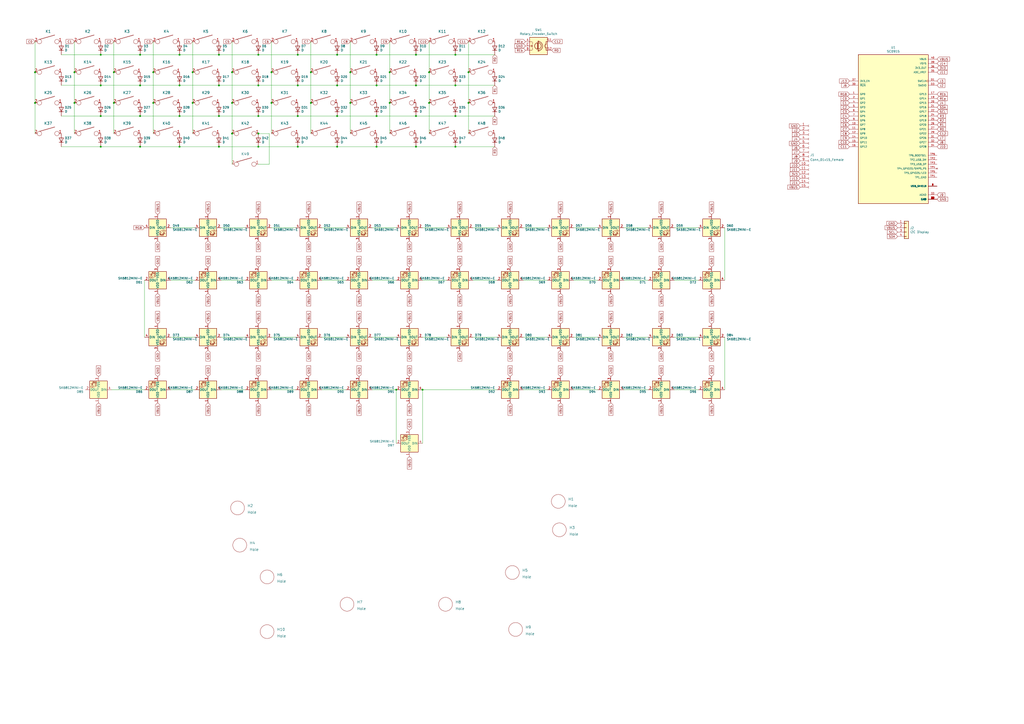
<source format=kicad_sch>
(kicad_sch (version 20211123) (generator eeschema)
  (paper "A2")
  (lib_symbols
    (symbol "Connector:Conn_01x15_Female" (pin_names (offset 1.016) hide)
      (property "Reference" "J" (at 0 20.32 0))
      (property "Value" "Conn_01x15_Female" (at 0 -20.32 0))
      (symbol "Conn_01x15_Female_1_1"
        (pin passive line (at -5.08 17.78 0) (length 3.81) (name "Pin_1") (number "1"))
        (pin passive line (at -5.08 -5.08 0) (length 3.81) (name "Pin_10") (number "10"))
        (pin passive line (at -5.08 -7.62 0) (length 3.81) (name "Pin_11") (number "11"))
        (pin passive line (at -5.08 -10.16 0) (length 3.81) (name "Pin_12") (number "12"))
        (pin passive line (at -5.08 -12.7 0) (length 3.81) (name "Pin_13") (number "13"))
        (pin passive line (at -5.08 -15.24 0) (length 3.81) (name "Pin_14") (number "14"))
        (pin passive line (at -5.08 -17.78 0) (length 3.81) (name "Pin_15") (number "15"))
        (pin passive line (at -5.08 15.24 0) (length 3.81) (name "Pin_2") (number "2"))
        (pin passive line (at -5.08 12.7 0) (length 3.81) (name "Pin_3") (number "3"))
        (pin passive line (at -5.08 10.16 0) (length 3.81) (name "Pin_4") (number "4"))
        (pin passive line (at -5.08 7.62 0) (length 3.81) (name "Pin_5") (number "5"))
        (pin passive line (at -5.08 5.08 0) (length 3.81) (name "Pin_6") (number "6"))
        (pin passive line (at -5.08 2.54 0) (length 3.81) (name "Pin_7") (number "7"))
        (pin passive line (at -5.08 0 0) (length 3.81) (name "Pin_8") (number "8"))
        (pin passive line (at -5.08 -2.54 0) (length 3.81) (name "Pin_9") (number "9"))
      )
    )
    (symbol "Connector_Generic:Conn_01x04" (pin_names (offset 1.016) hide)
      (property "Reference" "J" (at 0 5.08 0))
      (property "Value" "Conn_01x04" (at 0 -7.62 0))
      (symbol "Conn_01x04_1_1"
        (pin passive line (at -5.08 2.54 0) (length 3.81) (name "Pin_1") (number "1"))
        (pin passive line (at -5.08 0 0) (length 3.81) (name "Pin_2") (number "2"))
        (pin passive line (at -5.08 -2.54 0) (length 3.81) (name "Pin_3") (number "3"))
        (pin passive line (at -5.08 -5.08 0) (length 3.81) (name "Pin_4") (number "4"))
      )
    )
    (symbol "Device:D" (pin_numbers hide) (pin_names (offset 1.016) hide)
      (property "Reference" "D" (at 0 2.54 0))
      (property "Value" "D" (at 0 -2.54 0))
      (symbol "D_1_1"
        (pin passive line (at -3.81 0 0) (length 2.54) (name "K") (number "1"))
        (pin passive line (at 3.81 0 180) (length 2.54) (name "A") (number "2"))
      )
    )
    (symbol "Device:Rotary_Encoder_Switch" (pin_names (offset 0.254) hide)
      (property "Reference" "SW" (at 0 6.604 0))
      (property "Value" "Device_Rotary_Encoder_Switch" (at 0 -6.604 0))
      (symbol "Rotary_Encoder_Switch_1_1"
        (pin passive line (at -7.62 2.54 0) (length 2.54) (name "A") (number "A"))
        (pin passive line (at -7.62 -2.54 0) (length 2.54) (name "B") (number "B"))
        (pin passive line (at -7.62 0 0) (length 2.54) (name "C") (number "C"))
        (pin passive line (at 7.62 2.54 180) (length 2.54) (name "S1") (number "S1"))
        (pin passive line (at 7.62 -2.54 180) (length 2.54) (name "S2") (number "S2"))
      )
    )
    (symbol "PiPico:SC0915" (pin_names (offset 1.016))
      (property "Reference" "U" (at -20.32 44.069 0))
      (property "Value" "PiPico_SC0915" (at -20.32 -45.72 0))
      (symbol "SC0915_0_0"
        (pin bidirectional line (at -25.4 20.32 0) (length 5.08) (name "GP0") (number "1"))
        (pin bidirectional line (at -25.4 2.54 0) (length 5.08) (name "GP7") (number "10"))
        (pin bidirectional line (at -25.4 0 0) (length 5.08) (name "GP8") (number "11"))
        (pin bidirectional line (at -25.4 -2.54 0) (length 5.08) (name "GP9") (number "12"))
        (pin power_in line (at 25.4 -40.64 180) (length 5.08) (name "GND") (number "13"))
        (pin bidirectional line (at -25.4 -5.08 0) (length 5.08) (name "GP10") (number "14"))
        (pin bidirectional line (at -25.4 -7.62 0) (length 5.08) (name "GP11") (number "15"))
        (pin bidirectional line (at -25.4 -10.16 0) (length 5.08) (name "GP12") (number "16"))
        (pin bidirectional line (at 25.4 20.32 180) (length 5.08) (name "GP13") (number "17"))
        (pin power_in line (at 25.4 -40.64 180) (length 5.08) (name "GND") (number "18"))
        (pin bidirectional line (at 25.4 17.78 180) (length 5.08) (name "GP14") (number "19"))
        (pin bidirectional line (at -25.4 17.78 0) (length 5.08) (name "GP1") (number "2"))
        (pin bidirectional line (at 25.4 15.24 180) (length 5.08) (name "GP15") (number "20"))
        (pin bidirectional line (at 25.4 12.7 180) (length 5.08) (name "GP16") (number "21"))
        (pin bidirectional line (at 25.4 10.16 180) (length 5.08) (name "GP17") (number "22"))
        (pin power_in line (at 25.4 -40.64 180) (length 5.08) (name "GND") (number "23"))
        (pin bidirectional line (at 25.4 7.62 180) (length 5.08) (name "GP18") (number "24"))
        (pin bidirectional line (at 25.4 5.08 180) (length 5.08) (name "GP19") (number "25"))
        (pin bidirectional line (at 25.4 2.54 180) (length 5.08) (name "GP20") (number "26"))
        (pin bidirectional line (at 25.4 0 180) (length 5.08) (name "GP21") (number "27"))
        (pin power_in line (at 25.4 -40.64 180) (length 5.08) (name "GND") (number "28"))
        (pin bidirectional line (at 25.4 -2.54 180) (length 5.08) (name "GP22") (number "29"))
        (pin power_in line (at 25.4 -40.64 180) (length 5.08) (name "GND") (number "3"))
        (pin input line (at -25.4 25.4 0) (length 5.08) (name "~{RUN}") (number "30"))
        (pin bidirectional line (at 25.4 -5.08 180) (length 5.08) (name "GP26") (number "31"))
        (pin bidirectional line (at 25.4 -7.62 180) (length 5.08) (name "GP27") (number "32"))
        (pin power_in line (at 25.4 -38.1 180) (length 5.08) (name "AGND") (number "33"))
        (pin bidirectional line (at 25.4 -10.16 180) (length 5.08) (name "GP28") (number "34"))
        (pin power_in line (at 25.4 33.02 180) (length 5.08) (name "ADC_VREF") (number "35"))
        (pin power_in line (at 25.4 35.56 180) (length 5.08) (name "3V3_OUT") (number "36"))
        (pin input line (at -25.4 27.94 0) (length 5.08) (name "3V3_EN") (number "37"))
        (pin power_in line (at 25.4 -40.64 180) (length 5.08) (name "GND") (number "38"))
        (pin power_in line (at 25.4 38.1 180) (length 5.08) (name "VSYS") (number "39"))
        (pin bidirectional line (at -25.4 15.24 0) (length 5.08) (name "GP2") (number "4"))
        (pin power_in line (at 25.4 40.64 180) (length 5.08) (name "VBUS") (number "40"))
        (pin bidirectional line (at -25.4 12.7 0) (length 5.08) (name "GP3") (number "5"))
        (pin bidirectional line (at -25.4 10.16 0) (length 5.08) (name "GP4") (number "6"))
        (pin bidirectional line (at -25.4 7.62 0) (length 5.08) (name "GP5") (number "7"))
        (pin power_in line (at 25.4 -40.64 180) (length 5.08) (name "GND") (number "8"))
        (pin bidirectional line (at -25.4 5.08 0) (length 5.08) (name "GP6") (number "9"))
        (pin power_in line (at 25.4 -33.02 180) (length 5.08) (name "USB_SHIELD") (number "A"))
        (pin power_in line (at 25.4 -33.02 180) (length 5.08) (name "USB_SHIELD") (number "B"))
        (pin power_in line (at 25.4 -33.02 180) (length 5.08) (name "USB_SHIELD") (number "C"))
        (pin power_in line (at 25.4 -33.02 180) (length 5.08) (name "USB_SHIELD") (number "D"))
        (pin input clock (at 25.4 27.94 180) (length 5.08) (name "SWCLK") (number "D1"))
        (pin power_in line (at 25.4 -40.64 180) (length 5.08) (name "GND") (number "D2"))
        (pin bidirectional line (at 25.4 25.4 180) (length 5.08) (name "SWDIO") (number "D3"))
        (pin power_in line (at 25.4 -27.94 180) (length 5.08) (name "TP1_GND") (number "TP1"))
        (pin bidirectional line (at 25.4 -17.78 180) (length 5.08) (name "TP2_USB_DM") (number "TP2"))
        (pin bidirectional line (at 25.4 -20.32 180) (length 5.08) (name "TP3_USB_DP") (number "TP3"))
        (pin no_connect line (at 25.4 -22.86 180) (length 5.08) (name "TP4_GPIO23/SMPS_PS") (number "TP4"))
        (pin output line (at 25.4 -25.4 180) (length 5.08) (name "TP5_GPIO25/LED") (number "TP5"))
        (pin input line (at 25.4 -15.24 180) (length 5.08) (name "TP6_BOOTSEL") (number "TP6"))
      )
    )
    (symbol "keebio:Hole" (pin_names (offset 1.016))
      (property "Reference" "H" (at 0 -1.27 0))
      (property "Value" "Hole" (at 0 1.27 0))
    )
    (symbol "keyboard_parts:KEYSW" (pin_names (offset 1.016))
      (property "Reference" "K?" (at -1.27 0 0))
      (symbol "KEYSW_1_1"
        (pin passive line (at 7.62 0 180) (length 1.27) (name "~") (number "1"))
        (pin passive line (at -7.62 0 0) (length 1.27) (name "~") (number "2"))
      )
    )
    (symbol "kicad-keyboard-parts:SK6812MINI-E" (pin_names (offset 0.254))
      (property "Reference" "D" (at 5.08 5.715 0))
      (property "Value" "SK6812MINI-E" (at 1.27 -5.715 0))
      (symbol "SK6812MINI-E_0_0"
        (text "RGB" (at 2.286 -4.191 0) (effects (font (size 0.762 0.762))))
      )
      (symbol "SK6812MINI-E_1_1"
        (pin power_in line (at 0 7.62 270) (length 2.54) (name "VDD") (number "1"))
        (pin output line (at 7.62 0 180) (length 2.54) (name "DOUT") (number "2"))
        (pin power_in line (at 0 -7.62 90) (length 2.54) (name "VSS") (number "3"))
        (pin input line (at -7.62 0 0) (length 2.54) (name "DIN") (number "4"))
      )
    )
  )
  (junction (at 43.18 59.69))
  (junction (at 149.86 85.09))
  (junction (at 20.32 41.91))
  (junction (at 203.2 41.91))
  (junction (at 229.87 226.06))
  (junction (at 245.11 226.06))
  (junction (at 58.42 67.31))
  (junction (at 104.14 85.09))
  (junction (at 149.86 67.31))
  (junction (at 81.28 85.09))
  (junction (at 134.62 77.47))
  (junction (at 218.44 49.53))
  (junction (at 172.72 67.31))
  (junction (at 172.72 31.75))
  (junction (at 58.42 85.09))
  (junction (at 157.48 59.69))
  (junction (at 88.9 59.69))
  (junction (at 264.16 31.75))
  (junction (at 241.3 31.75))
  (junction (at 104.14 31.75))
  (junction (at 172.72 85.09))
  (junction (at 218.44 67.31))
  (junction (at 241.3 85.09))
  (junction (at 241.3 67.31))
  (junction (at 66.04 59.69))
  (junction (at 203.2 59.69))
  (junction (at 104.14 67.31))
  (junction (at 81.28 49.53))
  (junction (at 127 67.31))
  (junction (at 134.62 59.69))
  (junction (at 218.44 85.09))
  (junction (at 81.28 31.75))
  (junction (at 149.86 31.75))
  (junction (at 149.86 77.47))
  (junction (at 20.32 59.69))
  (junction (at 180.34 41.91))
  (junction (at 157.48 41.91))
  (junction (at 88.9 41.91))
  (junction (at 58.42 49.53))
  (junction (at 134.62 41.91))
  (junction (at 58.42 31.75))
  (junction (at 111.76 59.69))
  (junction (at 81.28 67.31))
  (junction (at 180.34 59.69))
  (junction (at 127 49.53))
  (junction (at 226.06 59.69))
  (junction (at 248.92 59.69))
  (junction (at 66.04 41.91))
  (junction (at 264.16 85.09))
  (junction (at 149.86 49.53))
  (junction (at 264.16 67.31))
  (junction (at 248.92 41.91))
  (junction (at 218.44 31.75))
  (junction (at 43.18 41.91))
  (junction (at 195.58 67.31))
  (junction (at 241.3 49.53))
  (junction (at 111.76 41.91))
  (junction (at 104.14 49.53))
  (junction (at 271.78 41.91))
  (junction (at 195.58 31.75))
  (junction (at 271.78 59.69))
  (junction (at 195.58 49.53))
  (junction (at 127 85.09))
  (junction (at 195.58 85.09))
  (junction (at 172.72 49.53))
  (junction (at 127 31.75))
  (junction (at 264.16 49.53))
  (junction (at 226.06 41.91))
  (wire (pts (xy 43.18 59.69) (xy 43.18 41.91)))
  (wire (pts (xy 43.18 77.47) (xy 43.18 59.69)))
  (wire (pts (xy 245.11 195.58) (xy 259.08 195.58)))
  (wire (pts (xy 248.92 59.69) (xy 248.92 77.47)))
  (wire (pts (xy 172.72 67.31) (xy 195.58 67.31)))
  (wire (pts (xy 229.87 257.175) (xy 229.87 226.06)))
  (wire (pts (xy 127 49.53) (xy 104.14 49.53)))
  (wire (pts (xy 271.78 77.47) (xy 271.78 59.69)))
  (wire (pts (xy 111.76 41.91) (xy 111.76 24.13)))
  (wire (pts (xy 200.66 226.06) (xy 186.69 226.06)))
  (wire (pts (xy 104.14 31.75) (xy 81.28 31.75)))
  (wire (pts (xy 248.92 41.91) (xy 248.92 59.69)))
  (wire (pts (xy 274.32 132.08) (xy 288.29 132.08)))
  (wire (pts (xy 58.42 31.75) (xy 35.56 31.75)))
  (wire (pts (xy 215.9 162.56) (xy 229.87 162.56)))
  (wire (pts (xy 66.04 24.13) (xy 66.04 41.91)))
  (wire (pts (xy 157.48 195.58) (xy 171.45 195.58)))
  (wire (pts (xy 332.74 132.08) (xy 346.71 132.08)))
  (wire (pts (xy 226.06 59.69) (xy 226.06 41.91)))
  (wire (pts (xy 171.45 226.06) (xy 157.48 226.06)))
  (wire (pts (xy 215.9 226.06) (xy 229.87 226.06)))
  (wire (pts (xy 127 31.75) (xy 104.14 31.75)))
  (wire (pts (xy 332.74 195.58) (xy 346.71 195.58)))
  (wire (pts (xy 142.24 162.56) (xy 128.27 162.56)))
  (wire (pts (xy 391.16 195.58) (xy 405.13 195.58)))
  (wire (pts (xy 241.3 67.31) (xy 264.16 67.31)))
  (wire (pts (xy 361.95 132.08) (xy 375.92 132.08)))
  (wire (pts (xy 241.3 31.75) (xy 218.44 31.75)))
  (wire (pts (xy 149.86 95.25) (xy 156.21 95.25)))
  (wire (pts (xy 346.71 162.56) (xy 332.74 162.56)))
  (wire (pts (xy 317.5 162.56) (xy 303.53 162.56)))
  (wire (pts (xy 195.58 49.53) (xy 172.72 49.53)))
  (wire (pts (xy 157.48 24.13) (xy 157.48 41.91)))
  (wire (pts (xy 20.32 59.69) (xy 20.32 77.47)))
  (wire (pts (xy 104.14 49.53) (xy 81.28 49.53)))
  (wire (pts (xy 287.02 85.09) (xy 264.16 85.09)))
  (wire (pts (xy 271.78 41.91) (xy 271.78 24.13)))
  (wire (pts (xy 248.92 24.13) (xy 248.92 41.91)))
  (wire (pts (xy 375.92 226.06) (xy 361.95 226.06)))
  (wire (pts (xy 111.76 77.47) (xy 111.76 59.69)))
  (wire (pts (xy 66.04 41.91) (xy 66.04 59.69)))
  (wire (pts (xy 104.14 67.31) (xy 127 67.31)))
  (wire (pts (xy 346.71 226.06) (xy 332.74 226.06)))
  (wire (pts (xy 88.9 41.91) (xy 88.9 59.69)))
  (wire (pts (xy 180.34 59.69) (xy 180.34 41.91)))
  (wire (pts (xy 58.42 67.31) (xy 81.28 67.31)))
  (wire (pts (xy 195.58 31.75) (xy 172.72 31.75)))
  (wire (pts (xy 405.13 162.56) (xy 391.16 162.56)))
  (wire (pts (xy 375.92 162.56) (xy 361.95 162.56)))
  (wire (pts (xy 128.27 132.08) (xy 142.24 132.08)))
  (wire (pts (xy 241.3 85.09) (xy 218.44 85.09)))
  (wire (pts (xy 186.69 132.08) (xy 200.66 132.08)))
  (wire (pts (xy 113.03 226.06) (xy 99.06 226.06)))
  (wire (pts (xy 99.06 132.08) (xy 113.03 132.08)))
  (wire (pts (xy 142.24 226.06) (xy 128.27 226.06)))
  (wire (pts (xy 303.53 132.08) (xy 317.5 132.08)))
  (wire (pts (xy 20.32 24.13) (xy 20.32 41.91)))
  (wire (pts (xy 127 85.09) (xy 104.14 85.09)))
  (wire (pts (xy 259.08 162.56) (xy 245.11 162.56)))
  (wire (pts (xy 157.48 77.47) (xy 157.48 59.69)))
  (wire (pts (xy 20.32 41.91) (xy 20.32 59.69)))
  (wire (pts (xy 287.02 31.75) (xy 264.16 31.75)))
  (wire (pts (xy 149.86 85.09) (xy 127 85.09)))
  (wire (pts (xy 104.14 85.09) (xy 81.28 85.09)))
  (wire (pts (xy 264.16 31.75) (xy 241.3 31.75)))
  (wire (pts (xy 200.66 162.56) (xy 186.69 162.56)))
  (wire (pts (xy 215.9 195.58) (xy 229.87 195.58)))
  (wire (pts (xy 264.16 49.53) (xy 241.3 49.53)))
  (wire (pts (xy 245.11 132.08) (xy 259.08 132.08)))
  (wire (pts (xy 264.16 85.09) (xy 241.3 85.09)))
  (wire (pts (xy 274.32 195.58) (xy 288.29 195.58)))
  (wire (pts (xy 287.02 49.53) (xy 264.16 49.53)))
  (wire (pts (xy 128.27 195.58) (xy 142.24 195.58)))
  (wire (pts (xy 218.44 31.75) (xy 195.58 31.75)))
  (wire (pts (xy 83.82 162.56) (xy 83.82 195.58)))
  (wire (pts (xy 58.42 85.09) (xy 35.56 85.09)))
  (wire (pts (xy 203.2 59.69) (xy 203.2 77.47)))
  (wire (pts (xy 420.37 132.08) (xy 420.37 162.56)))
  (wire (pts (xy 149.86 31.75) (xy 127 31.75)))
  (wire (pts (xy 317.5 226.06) (xy 303.53 226.06)))
  (wire (pts (xy 134.62 95.25) (xy 134.62 77.47)))
  (wire (pts (xy 81.28 31.75) (xy 58.42 31.75)))
  (wire (pts (xy 361.95 195.58) (xy 375.92 195.58)))
  (wire (pts (xy 172.72 31.75) (xy 149.86 31.75)))
  (wire (pts (xy 134.62 41.91) (xy 134.62 59.69)))
  (wire (pts (xy 64.77 226.06) (xy 83.82 226.06)))
  (wire (pts (xy 215.9 132.08) (xy 229.87 132.08)))
  (wire (pts (xy 113.03 162.56) (xy 99.06 162.56)))
  (wire (pts (xy 88.9 24.13) (xy 88.9 41.91)))
  (wire (pts (xy 303.53 195.58) (xy 317.5 195.58)))
  (wire (pts (xy 111.76 59.69) (xy 111.76 41.91)))
  (wire (pts (xy 88.9 59.69) (xy 88.9 77.47)))
  (wire (pts (xy 149.86 85.09) (xy 172.72 85.09)))
  (wire (pts (xy 81.28 49.53) (xy 58.42 49.53)))
  (wire (pts (xy 288.29 162.56) (xy 274.32 162.56)))
  (wire (pts (xy 43.18 41.91) (xy 43.18 24.13)))
  (wire (pts (xy 195.58 67.31) (xy 218.44 67.31)))
  (wire (pts (xy 391.16 132.08) (xy 405.13 132.08)))
  (wire (pts (xy 245.11 226.06) (xy 288.29 226.06)))
  (wire (pts (xy 226.06 41.91) (xy 226.06 24.13)))
  (wire (pts (xy 81.28 67.31) (xy 104.14 67.31)))
  (wire (pts (xy 99.06 195.58) (xy 113.03 195.58)))
  (wire (pts (xy 134.62 24.13) (xy 134.62 41.91)))
  (wire (pts (xy 149.86 67.31) (xy 172.72 67.31)))
  (wire (pts (xy 156.21 95.25) (xy 156.21 77.47)))
  (wire (pts (xy 186.69 195.58) (xy 200.66 195.58)))
  (wire (pts (xy 245.11 257.175) (xy 245.11 226.06)))
  (wire (pts (xy 226.06 77.47) (xy 226.06 59.69)))
  (wire (pts (xy 203.2 41.91) (xy 203.2 59.69)))
  (wire (pts (xy 172.72 49.53) (xy 149.86 49.53)))
  (wire (pts (xy 241.3 49.53) (xy 218.44 49.53)))
  (wire (pts (xy 405.13 226.06) (xy 391.16 226.06)))
  (wire (pts (xy 58.42 49.53) (xy 35.56 49.53)))
  (wire (pts (xy 420.37 195.58) (xy 420.37 226.06)))
  (wire (pts (xy 271.78 59.69) (xy 271.78 41.91)))
  (wire (pts (xy 218.44 67.31) (xy 241.3 67.31)))
  (wire (pts (xy 35.56 67.31) (xy 58.42 67.31)))
  (wire (pts (xy 66.04 59.69) (xy 66.04 77.47)))
  (wire (pts (xy 171.45 162.56) (xy 157.48 162.56)))
  (wire (pts (xy 203.2 24.13) (xy 203.2 41.91)))
  (wire (pts (xy 149.86 49.53) (xy 127 49.53)))
  (wire (pts (xy 127 67.31) (xy 149.86 67.31)))
  (wire (pts (xy 218.44 85.09) (xy 195.58 85.09)))
  (wire (pts (xy 157.48 41.91) (xy 157.48 59.69)))
  (wire (pts (xy 264.16 67.31) (xy 287.02 67.31)))
  (wire (pts (xy 81.28 85.09) (xy 58.42 85.09)))
  (wire (pts (xy 218.44 49.53) (xy 195.58 49.53)))
  (wire (pts (xy 157.48 132.08) (xy 171.45 132.08)))
  (wire (pts (xy 180.34 41.91) (xy 180.34 24.13)))
  (wire (pts (xy 156.21 77.47) (xy 149.86 77.47)))
  (wire (pts (xy 134.62 59.69) (xy 134.62 77.47)))
  (wire (pts (xy 172.72 85.09) (xy 195.58 85.09)))
  (wire (pts (xy 180.34 77.47) (xy 180.34 59.69)))
  (global_label "RGB" (shape input) (at 492.76 54.61 180) (property "Intersheet References" "${INTERSHEET_REFS}" (effects hide)))
  (global_label "GND" (shape input) (at 295.91 203.2 270) (property "Intersheet References" "${INTERSHEET_REFS}" (effects hide)))
  (global_label "R0" (shape input) (at 320.04 29.21 0) (property "Intersheet References" "${INTERSHEET_REFS}" (effects hide)))
  (global_label "GND" (shape input) (at 412.75 203.2 270) (property "Intersheet References" "${INTERSHEET_REFS}" (effects hide)))
  (global_label "REa" (shape input) (at 304.8 24.13 180) (property "Intersheet References" "${INTERSHEET_REFS}" (effects hide)))
  (global_label "VBUS" (shape input) (at 149.86 233.68 270) (property "Intersheet References" "${INTERSHEET_REFS}" (effects hide)))
  (global_label "C11" (shape input) (at 271.78 24.13 180) (property "Intersheet References" "${INTERSHEET_REFS}" (effects hide)))
  (global_label "VBUS" (shape input) (at 325.12 187.96 90) (property "Intersheet References" "${INTERSHEET_REFS}" (effects hide)))
  (global_label "C8" (shape input) (at 492.76 77.47 180) (property "Intersheet References" "${INTERSHEET_REFS}" (effects hide)))
  (global_label "GND" (shape input) (at 149.86 139.7 270) (property "Intersheet References" "${INTERSHEET_REFS}" (effects hide)))
  (global_label "GND" (shape input) (at 237.49 203.2 270) (property "Intersheet References" "${INTERSHEET_REFS}" (effects hide)))
  (global_label "RGB" (shape input) (at 83.82 132.08 180) (property "Intersheet References" "${INTERSHEET_REFS}" (effects hide)))
  (global_label "VBUS" (shape input) (at 383.54 187.96 90) (property "Intersheet References" "${INTERSHEET_REFS}" (effects hide)))
  (global_label "GND" (shape input) (at 295.91 154.94 90) (property "Intersheet References" "${INTERSHEET_REFS}" (effects hide)))
  (global_label "C6" (shape input) (at 492.76 72.39 180) (property "Intersheet References" "${INTERSHEET_REFS}" (effects hide)))
  (global_label "VBUS" (shape input) (at 179.07 233.68 270) (property "Intersheet References" "${INTERSHEET_REFS}" (effects hide)))
  (global_label "VBUS" (shape input) (at 354.33 187.96 90) (property "Intersheet References" "${INTERSHEET_REFS}" (effects hide)))
  (global_label "GND" (shape input) (at 208.28 218.44 90) (property "Intersheet References" "${INTERSHEET_REFS}" (effects hide)))
  (global_label "VBUS" (shape input) (at 237.49 233.68 270) (property "Intersheet References" "${INTERSHEET_REFS}" (effects hide)))
  (global_label "SDA" (shape input) (at 543.56 62.23 0) (property "Intersheet References" "${INTERSHEET_REFS}" (effects hide)))
  (global_label "VBUS" (shape input) (at 383.54 170.18 270) (property "Intersheet References" "${INTERSHEET_REFS}" (effects hide)))
  (global_label "C0" (shape input) (at 492.76 57.15 180) (property "Intersheet References" "${INTERSHEET_REFS}" (effects hide)))
  (global_label "GND" (shape input) (at 57.15 218.44 90) (property "Intersheet References" "${INTERSHEET_REFS}" (effects hide)))
  (global_label "VBUS" (shape input) (at 543.56 34.29 0) (property "Intersheet References" "${INTERSHEET_REFS}" (effects hide)))
  (global_label "VBUS" (shape input) (at 325.12 124.46 90) (property "Intersheet References" "${INTERSHEET_REFS}" (effects hide)))
  (global_label "VBUS" (shape input) (at 383.54 233.68 270) (property "Intersheet References" "${INTERSHEET_REFS}" (effects hide)))
  (global_label "GND" (shape input) (at 412.75 139.7 270) (property "Intersheet References" "${INTERSHEET_REFS}" (effects hide)))
  (global_label "GND" (shape input) (at 412.75 154.94 90) (property "Intersheet References" "${INTERSHEET_REFS}" (effects hide)))
  (global_label "C1" (shape input) (at 492.76 59.69 180) (property "Intersheet References" "${INTERSHEET_REFS}" (effects hide)))
  (global_label "VBUS" (shape input) (at 120.65 233.68 270) (property "Intersheet References" "${INTERSHEET_REFS}" (effects hide)))
  (global_label "VBUS" (shape input) (at 208.28 124.46 90) (property "Intersheet References" "${INTERSHEET_REFS}" (effects hide)))
  (global_label "C12" (shape input) (at 320.04 24.13 0) (property "Intersheet References" "${INTERSHEET_REFS}" (effects hide)))
  (global_label "3V3" (shape input) (at 464.185 100.965 180) (property "Intersheet References" "${INTERSHEET_REFS}" (effects hide)))
  (global_label "GND" (shape input) (at 266.7 154.94 90) (property "Intersheet References" "${INTERSHEET_REFS}" (effects hide)))
  (global_label "C7" (shape input) (at 492.76 74.93 180) (property "Intersheet References" "${INTERSHEET_REFS}" (effects hide)))
  (global_label "VBUS" (shape input) (at 295.91 233.68 270) (property "Intersheet References" "${INTERSHEET_REFS}" (effects hide)))
  (global_label "GND" (shape input) (at 464.185 73.025 180) (property "Intersheet References" "${INTERSHEET_REFS}" (effects hide)))
  (global_label "GND" (shape input) (at 383.54 154.94 90) (property "Intersheet References" "${INTERSHEET_REFS}" (effects hide)))
  (global_label "R1" (shape input) (at 287.02 49.53 270) (property "Intersheet References" "${INTERSHEET_REFS}" (effects hide)))
  (global_label "VBUS" (shape input) (at 179.07 187.96 90) (property "Intersheet References" "${INTERSHEET_REFS}" (effects hide)))
  (global_label "GND" (shape input) (at 120.65 218.44 90) (property "Intersheet References" "${INTERSHEET_REFS}" (effects hide)))
  (global_label "C3" (shape input) (at 88.9 24.13 180) (property "Intersheet References" "${INTERSHEET_REFS}" (effects hide)))
  (global_label "J7" (shape input) (at 543.56 80.01 0) (property "Intersheet References" "${INTERSHEET_REFS}" (effects hide)))
  (global_label "GND" (shape input) (at 295.91 218.44 90) (property "Intersheet References" "${INTERSHEET_REFS}" (effects hide)))
  (global_label "GND" (shape input) (at 91.44 218.44 90) (property "Intersheet References" "${INTERSHEET_REFS}" (effects hide)))
  (global_label "J2" (shape input) (at 464.185 75.565 180) (property "Intersheet References" "${INTERSHEET_REFS}" (effects hide)))
  (global_label "C11" (shape input) (at 492.76 85.09 180) (property "Intersheet References" "${INTERSHEET_REFS}" (effects hide)))
  (global_label "C9" (shape input) (at 492.76 80.01 180) (property "Intersheet References" "${INTERSHEET_REFS}" (effects hide)))
  (global_label "GND" (shape input) (at 149.86 154.94 90) (property "Intersheet References" "${INTERSHEET_REFS}" (effects hide)))
  (global_label "VBUS" (shape input) (at 120.65 124.46 90) (property "Intersheet References" "${INTERSHEET_REFS}" (effects hide)))
  (global_label "VBUS" (shape input) (at 237.49 187.96 90) (property "Intersheet References" "${INTERSHEET_REFS}" (effects hide)))
  (global_label "J8" (shape input) (at 464.185 90.805 180) (property "Intersheet References" "${INTERSHEET_REFS}" (effects hide)))
  (global_label "C10" (shape input) (at 248.92 24.13 180) (property "Intersheet References" "${INTERSHEET_REFS}" (effects hide)))
  (global_label "J10" (shape input) (at 464.185 95.885 180) (property "Intersheet References" "${INTERSHEET_REFS}" (effects hide)))
  (global_label "VBUS" (shape input) (at 520.7 132.08 180) (property "Intersheet References" "${INTERSHEET_REFS}" (effects hide)))
  (global_label "REb" (shape input) (at 304.8 29.21 180) (property "Intersheet References" "${INTERSHEET_REFS}" (effects hide)))
  (global_label "C8" (shape input) (at 203.2 24.13 180) (property "Intersheet References" "${INTERSHEET_REFS}" (effects hide)))
  (global_label "VBUS" (shape input) (at 412.75 124.46 90) (property "Intersheet References" "${INTERSHEET_REFS}" (effects hide)))
  (global_label "GND" (shape input) (at 464.185 83.185 180) (property "Intersheet References" "${INTERSHEET_REFS}" (effects hide)))
  (global_label "J3" (shape input) (at 464.185 78.105 180) (property "Intersheet References" "${INTERSHEET_REFS}" (effects hide)))
  (global_label "SDA" (shape input) (at 520.7 137.16 180) (property "Intersheet References" "${INTERSHEET_REFS}" (effects hide)))
  (global_label "SCL" (shape input) (at 543.56 64.77 0) (property "Intersheet References" "${INTERSHEET_REFS}" (effects hide)))
  (global_label "VBUS" (shape input) (at 464.185 108.585 180) (property "Intersheet References" "${INTERSHEET_REFS}" (effects hide)))
  (global_label "C10" (shape input) (at 492.76 82.55 180) (property "Intersheet References" "${INTERSHEET_REFS}" (effects hide)))
  (global_label "VBUS" (shape input) (at 412.75 170.18 270) (property "Intersheet References" "${INTERSHEET_REFS}" (effects hide)))
  (global_label "VBUS" (shape input) (at 91.44 170.18 270) (property "Intersheet References" "${INTERSHEET_REFS}" (effects hide)))
  (global_label "J13" (shape input) (at 492.76 46.99 180) (property "Intersheet References" "${INTERSHEET_REFS}" (effects hide)))
  (global_label "R2" (shape input) (at 287.02 67.31 270) (property "Intersheet References" "${INTERSHEET_REFS}" (effects hide)))
  (global_label "R0" (shape input) (at 287.02 31.75 270) (property "Intersheet References" "${INTERSHEET_REFS}" (effects hide)))
  (global_label "GND" (shape input) (at 354.33 203.2 270) (property "Intersheet References" "${INTERSHEET_REFS}" (effects hide)))
  (global_label "C12" (shape input) (at 543.56 77.47 0) (property "Intersheet References" "${INTERSHEET_REFS}" (effects hide)))
  (global_label "VBUS" (shape input) (at 208.28 170.18 270) (property "Intersheet References" "${INTERSHEET_REFS}" (effects hide)))
  (global_label "GND" (shape input) (at 149.86 203.2 270) (property "Intersheet References" "${INTERSHEET_REFS}" (effects hide)))
  (global_label "GND" (shape input) (at 266.7 139.7 270) (property "Intersheet References" "${INTERSHEET_REFS}" (effects hide)))
  (global_label "C6" (shape input) (at 157.48 24.13 180) (property "Intersheet References" "${INTERSHEET_REFS}" (effects hide)))
  (global_label "VBUS" (shape input) (at 266.7 187.96 90) (property "Intersheet References" "${INTERSHEET_REFS}" (effects hide)))
  (global_label "C2" (shape input) (at 492.76 62.23 180) (property "Intersheet References" "${INTERSHEET_REFS}" (effects hide)))
  (global_label "VBUS" (shape input) (at 266.7 170.18 270) (property "Intersheet References" "${INTERSHEET_REFS}" (effects hide)))
  (global_label "VBUS" (shape input) (at 208.28 233.68 270) (property "Intersheet References" "${INTERSHEET_REFS}" (effects hide)))
  (global_label "GND" (shape input) (at 383.54 218.44 90) (property "Intersheet References" "${INTERSHEET_REFS}" (effects hide)))
  (global_label "VBUS" (shape input) (at 295.91 124.46 90) (property "Intersheet References" "${INTERSHEET_REFS}" (effects hide)))
  (global_label "GND" (shape input) (at 266.7 203.2 270) (property "Intersheet References" "${INTERSHEET_REFS}" (effects hide)))
  (global_label "VBUS" (shape input) (at 179.07 170.18 270) (property "Intersheet References" "${INTERSHEET_REFS}" (effects hide)))
  (global_label "GND" (shape input) (at 179.07 154.94 90) (property "Intersheet References" "${INTERSHEET_REFS}" (effects hide)))
  (global_label "VBUS" (shape input) (at 237.49 124.46 90) (property "Intersheet References" "${INTERSHEET_REFS}" (effects hide)))
  (global_label "C0" (shape input) (at 20.32 24.13 180) (property "Intersheet References" "${INTERSHEET_REFS}" (effects hide)))
  (global_label "3V3" (shape input) (at 543.56 39.37 0) (property "Intersheet References" "${INTERSHEET_REFS}" (effects hide)))
  (global_label "GND" (shape input) (at 237.49 218.44 90) (property "Intersheet References" "${INTERSHEET_REFS}" (effects hide)))
  (global_label "VBUS" (shape input) (at 120.65 187.96 90) (property "Intersheet References" "${INTERSHEET_REFS}" (effects hide)))
  (global_label "GND" (shape input) (at 237.49 139.7 270) (property "Intersheet References" "${INTERSHEET_REFS}" (effects hide)))
  (global_label "C4" (shape input) (at 111.76 24.13 180) (property "Intersheet References" "${INTERSHEET_REFS}" (effects hide)))
  (global_label "GND" (shape input) (at 91.44 203.2 270) (property "Intersheet References" "${INTERSHEET_REFS}" (effects hide)))
  (global_label "VBUS" (shape input) (at 149.86 124.46 90) (property "Intersheet References" "${INTERSHEET_REFS}" (effects hide)))
  (global_label "R0" (shape input) (at 543.56 74.93 0) (property "Intersheet References" "${INTERSHEET_REFS}" (effects hide)))
  (global_label "J14" (shape input) (at 543.56 36.83 0) (property "Intersheet References" "${INTERSHEET_REFS}" (effects hide)))
  (global_label "VBUS" (shape input) (at 91.44 233.68 270) (property "Intersheet References" "${INTERSHEET_REFS}" (effects hide)))
  (global_label "R3" (shape input) (at 287.02 85.09 270) (property "Intersheet References" "${INTERSHEET_REFS}" (effects hide)))
  (global_label "J14" (shape input) (at 464.185 106.045 180) (property "Intersheet References" "${INTERSHEET_REFS}" (effects hide)))
  (global_label "GND" (shape input) (at 543.56 115.57 0) (property "Intersheet References" "${INTERSHEET_REFS}" (effects hide)))
  (global_label "C5" (shape input) (at 134.62 24.13 180) (property "Intersheet References" "${INTERSHEET_REFS}" (effects hide)))
  (global_label "VBUS" (shape input) (at 208.28 187.96 90) (property "Intersheet References" "${INTERSHEET_REFS}" (effects hide)))
  (global_label "VBUS" (shape input) (at 57.15 233.68 270) (property "Intersheet References" "${INTERSHEET_REFS}" (effects hide)))
  (global_label "GND" (shape input) (at 120.65 139.7 270) (property "Intersheet References" "${INTERSHEET_REFS}" (effects hide)))
  (global_label "C1" (shape input) (at 43.18 24.13 180) (property "Intersheet References" "${INTERSHEET_REFS}" (effects hide)))
  (global_label "SCL" (shape input) (at 520.7 134.62 180) (property "Intersheet References" "${INTERSHEET_REFS}" (effects hide)))
  (global_label "VBUS" (shape input) (at 354.33 233.68 270) (property "Intersheet References" "${INTERSHEET_REFS}" (effects hide)))
  (global_label "J6" (shape input) (at 464.185 85.725 180) (property "Intersheet References" "${INTERSHEET_REFS}" (effects hide)))
  (global_label "C9" (shape input) (at 226.06 24.13 180) (property "Intersheet References" "${INTERSHEET_REFS}" (effects hide)))
  (global_label "C7" (shape input) (at 180.34 24.13 180) (property "Intersheet References" "${INTERSHEET_REFS}" (effects hide)))
  (global_label "J9" (shape input) (at 464.185 93.345 180) (property "Intersheet References" "${INTERSHEET_REFS}" (effects hide)))
  (global_label "GND" (shape input) (at 208.28 203.2 270) (property "Intersheet References" "${INTERSHEET_REFS}" (effects hide)))
  (global_label "GND" (shape input) (at 354.33 139.7 270) (property "Intersheet References" "${INTERSHEET_REFS}" (effects hide)))
  (global_label "VBUS" (shape input) (at 266.7 124.46 90) (property "Intersheet References" "${INTERSHEET_REFS}" (effects hide)))
  (global_label "J4" (shape input) (at 543.56 59.69 0) (property "Intersheet References" "${INTERSHEET_REFS}" (effects hide)))
  (global_label "GND" (shape input) (at 354.33 154.94 90) (property "Intersheet References" "${INTERSHEET_REFS}" (effects hide)))
  (global_label "R1" (shape input) (at 543.56 72.39 0) (property "Intersheet References" "${INTERSHEET_REFS}" (effects hide)))
  (global_label "VBUS" (shape input) (at 91.44 124.46 90) (property "Intersheet References" "${INTERSHEET_REFS}" (effects hide)))
  (global_label "C3" (shape input) (at 492.76 64.77 180) (property "Intersheet References" "${INTERSHEET_REFS}" (effects hide)))
  (global_label "J4" (shape input) (at 464.185 80.645 180) (property "Intersheet References" "${INTERSHEET_REFS}" (effects hide)))
  (global_label "GND" (shape input) (at 120.65 154.94 90) (property "Intersheet References" "${INTERSHEET_REFS}" (effects hide)))
  (global_label "J8" (shape input) (at 543.56 82.55 0) (property "Intersheet References" "${INTERSHEET_REFS}" (effects hide)))
  (global_label "GND" (shape input) (at 179.07 139.7 270) (property "Intersheet References" "${INTERSHEET_REFS}" (effects hide)))
  (global_label "REa" (shape input) (at 543.56 57.15 0) (property "Intersheet References" "${INTERSHEET_REFS}" (effects hide)))
  (global_label "GND" (shape input) (at 325.12 203.2 270) (property "Intersheet References" "${INTERSHEET_REFS}" (effects hide)))
  (global_label "GND" (shape input) (at 237.49 249.555 90) (property "Intersheet References" "${INTERSHEET_REFS}" (effects hide)))
  (global_label "C2" (shape input) (at 66.04 24.13 180) (property "Intersheet References" "${INTERSHEET_REFS}" (effects hide)))
  (global_label "J11" (shape input) (at 464.185 98.425 180) (property "Intersheet References" "${INTERSHEET_REFS}" (effects hide)))
  (global_label "VBUS" (shape input) (at 237.49 170.18 270) (property "Intersheet References" "${INTERSHEET_REFS}" (effects hide)))
  (global_label "GND" (shape input) (at 120.65 203.2 270) (property "Intersheet References" "${INTERSHEET_REFS}" (effects hide)))
  (global_label "GND" (shape input) (at 179.07 203.2 270) (property "Intersheet References" "${INTERSHEET_REFS}" (effects hide)))
  (global_label "GND" (shape input) (at 91.44 154.94 90) (property "Intersheet References" "${INTERSHEET_REFS}" (effects hide)))
  (global_label "GND" (shape input) (at 208.28 154.94 90) (property "Intersheet References" "${INTERSHEET_REFS}" (effects hide)))
  (global_label "GND" (shape input) (at 91.44 139.7 270) (property "Intersheet References" "${INTERSHEET_REFS}" (effects hide)))
  (global_label "VBUS" (shape input) (at 149.86 187.96 90) (property "Intersheet References" "${INTERSHEET_REFS}" (effects hide)))
  (global_label "J2" (shape input) (at 543.56 49.53 0) (property "Intersheet References" "${INTERSHEET_REFS}" (effects hide)))
  (global_label "J10" (shape input) (at 543.56 85.09 0) (property "Intersheet References" "${INTERSHEET_REFS}" (effects hide)))
  (global_label "VBUS" (shape input) (at 354.33 124.46 90) (property "Intersheet References" "${INTERSHEET_REFS}" (effects hide)))
  (global_label "REb" (shape input) (at 543.56 54.61 0) (property "Intersheet References" "${INTERSHEET_REFS}" (effects hide)))
  (global_label "VBUS" (shape input) (at 354.33 170.18 270) (property "Intersheet References" "${INTERSHEET_REFS}" (effects hide)))
  (global_label "GND" (shape input) (at 325.12 139.7 270) (property "Intersheet References" "${INTERSHEET_REFS}" (effects hide)))
  (global_label "VBUS" (shape input) (at 237.49 264.795 270) (property "Intersheet References" "${INTERSHEET_REFS}" (effects hide)))
  (global_label "GND" (shape input) (at 383.54 139.7 270) (property "Intersheet References" "${INTERSHEET_REFS}" (effects hide)))
  (global_label "J6" (shape input) (at 492.76 49.53 180) (property "Intersheet References" "${INTERSHEET_REFS}" (effects hide)))
  (global_label "GND" (shape input) (at 208.28 139.7 270) (property "Intersheet References" "${INTERSHEET_REFS}" (effects hide)))
  (global_label "GND" (shape input) (at 354.33 218.44 90) (property "Intersheet References" "${INTERSHEET_REFS}" (effects hide)))
  (global_label "GND" (shape input) (at 237.49 154.94 90) (property "Intersheet References" "${INTERSHEET_REFS}" (effects hide)))
  (global_label "VBUS" (shape input) (at 120.65 170.18 270) (property "Intersheet References" "${INTERSHEET_REFS}" (effects hide)))
  (global_label "J9" (shape input) (at 543.56 113.03 0) (property "Intersheet References" "${INTERSHEET_REFS}" (effects hide)))
  (global_label "GND" (shape input) (at 412.75 218.44 90) (property "Intersheet References" "${INTERSHEET_REFS}" (effects hide)))
  (global_label "J7" (shape input) (at 464.185 88.265 180) (property "Intersheet References" "${INTERSHEET_REFS}" (effects hide)))
  (global_label "GND" (shape input) (at 295.91 139.7 270) (property "Intersheet References" "${INTERSHEET_REFS}" (effects hide)))
  (global_label "GND" (shape input) (at 520.7 129.54 180) (property "Intersheet References" "${INTERSHEET_REFS}" (effects hide)))
  (global_label "J3" (shape input) (at 543.56 46.99 0) (property "Intersheet References" "${INTERSHEET_REFS}" (effects hide)))
  (global_label "GND" (shape input) (at 149.86 218.44 90) (property "Intersheet References" "${INTERSHEET_REFS}" (effects hide)))
  (global_label "VBUS" (shape input) (at 295.91 170.18 270) (property "Intersheet References" "${INTERSHEET_REFS}" (effects hide)))
  (global_label "VBUS" (shape input) (at 412.75 233.68 270) (property "Intersheet References" "${INTERSHEET_REFS}" (effects hide)))
  (global_label "VBUS" (shape input) (at 325.12 170.18 270) (property "Intersheet References" "${INTERSHEET_REFS}" (effects hide)))
  (global_label "VBUS" (shape input) (at 412.75 187.96 90) (property "Intersheet References" "${INTERSHEET_REFS}" (effects hide)))
  (global_label "GND" (shape input) (at 383.54 203.2 270) (property "Intersheet References" "${INTERSHEET_REFS}" (effects hide)))
  (global_label "VBUS" (shape input) (at 325.12 233.68 270) (property "Intersheet References" "${INTERSHEET_REFS}" (effects hide)))
  (global_label "GND" (shape input) (at 179.07 218.44 90) (property "Intersheet References" "${INTERSHEET_REFS}" (effects hide)))
  (global_label "VBUS" (shape input) (at 383.54 124.46 90) (property "Intersheet References" "${INTERSHEET_REFS}" (effects hide)))
  (global_label "VBUS" (shape input) (at 149.86 170.18 270) (property "Intersheet References" "${INTERSHEET_REFS}" (effects hide)))
  (global_label "VBUS" (shape input) (at 295.91 187.96 90) (property "Intersheet References" "${INTERSHEET_REFS}" (effects hide)))
  (global_label "VBUS" (shape input) (at 179.07 124.46 90) (property "Intersheet References" "${INTERSHEET_REFS}" (effects hide)))
  (global_label "R2" (shape input) (at 543.56 69.85 0) (property "Intersheet References" "${INTERSHEET_REFS}" (effects hide)))
  (global_label "VBUS" (shape input) (at 91.44 187.96 90) (property "Intersheet References" "${INTERSHEET_REFS}" (effects hide)))
  (global_label "C4" (shape input) (at 492.76 67.31 180) (property "Intersheet References" "${INTERSHEET_REFS}" (effects hide)))
  (global_label "GND" (shape input) (at 325.12 218.44 90) (property "Intersheet References" "${INTERSHEET_REFS}" (effects hide)))
  (global_label "J11" (shape input) (at 543.56 41.91 0) (property "Intersheet References" "${INTERSHEET_REFS}" (effects hide)))
  (global_label "GND" (shape input) (at 304.8 26.67 180) (property "Intersheet References" "${INTERSHEET_REFS}" (effects hide)))
  (global_label "GND" (shape input) (at 325.12 154.94 90) (property "Intersheet References" "${INTERSHEET_REFS}" (effects hide)))
  (global_label "J13" (shape input) (at 464.185 103.505 180) (property "Intersheet References" "${INTERSHEET_REFS}" (effects hide)))
  (global_label "R3" (shape input) (at 543.56 67.31 0) (property "Intersheet References" "${INTERSHEET_REFS}" (effects hide)))
  (global_label "C5" (shape input) (at 492.76 69.85 180) (property "Intersheet References" "${INTERSHEET_REFS}" (effects hide)))
  (symbol (lib_id "PiPico:SC0915") (at 518.16 74.93 0) (unit 1)
    (property "Reference" "U1" (at 518.16 27.5082 0))
    (property "Value" "SC0915" (at 518.16 29.8196 0))
    (property "Footprint" "SC0915:MODULE_SC0915" (effects hide))
    (property "MAXIMUM_PACKAGE_HEIGHT" "3.73mm" (effects hide))
    (property "STANDARD" "Manufacturer Recommendations" (effects hide))
    (property "PARTREV" "1.6" (effects hide))
    (property "MANUFACTURER" "Raspberry Pi" (effects hide))
  )
  (symbol (lib_id "keyboard_parts:KEYSW") (at 27.94 24.13 0) (unit 1)
    (property "Reference" "K1" (at 27.94 18.2118 0) (effects (font (size 1.524 1.524))))
    (property "Value" "KEYSW" (effects hide))
    (property "Footprint" "MX_Only:MXOnly-1U-NoLED" (effects hide))
  )
  (symbol (lib_id "Device:D") (at 35.56 27.94 90) (unit 1)
    (property "Reference" "D1" (at 37.592 26.7716 90) (effects (justify right)))
    (property "Value" "D" (at 37.592 29.083 90) (effects (justify right)))
    (property "Footprint" "kicad-keyboard-parts:Diode No Label" (effects hide))
  )
  (symbol (lib_id "keyboard_parts:KEYSW") (at 50.8 24.13 0) (unit 1)
    (property "Reference" "K2" (at 50.8 18.2118 0) (effects (font (size 1.524 1.524))))
    (property "Value" "KEYSW" (effects hide))
    (property "Footprint" "MX_Only:MXOnly-1U-NoLED" (effects hide))
  )
  (symbol (lib_id "Device:D") (at 58.42 27.94 90) (unit 1)
    (property "Reference" "D2" (at 60.452 26.7716 90) (effects (justify right)))
    (property "Value" "D" (at 60.452 29.083 90) (effects (justify right)))
    (property "Footprint" "kicad-keyboard-parts:Diode No Label" (effects hide))
  )
  (symbol (lib_id "keyboard_parts:KEYSW") (at 73.66 24.13 0) (unit 1)
    (property "Reference" "K3" (at 73.66 18.2118 0) (effects (font (size 1.524 1.524))))
    (property "Value" "KEYSW" (effects hide))
    (property "Footprint" "MX_Only:MXOnly-1U-NoLED" (effects hide))
  )
  (symbol (lib_id "Device:D") (at 81.28 27.94 90) (unit 1)
    (property "Reference" "D3" (at 83.312 26.7716 90) (effects (justify right)))
    (property "Value" "D" (at 83.312 29.083 90) (effects (justify right)))
    (property "Footprint" "kicad-keyboard-parts:Diode No Label" (effects hide))
  )
  (symbol (lib_id "keyboard_parts:KEYSW") (at 96.52 24.13 0) (unit 1)
    (property "Reference" "K4" (at 96.52 18.2118 0) (effects (font (size 1.524 1.524))))
    (property "Value" "KEYSW" (effects hide))
    (property "Footprint" "MX_Only:MXOnly-1U-NoLED" (effects hide))
  )
  (symbol (lib_id "Device:D") (at 104.14 27.94 90) (unit 1)
    (property "Reference" "D4" (at 106.172 26.7716 90) (effects (justify right)))
    (property "Value" "D" (at 106.172 29.083 90) (effects (justify right)))
    (property "Footprint" "kicad-keyboard-parts:Diode No Label" (effects hide))
  )
  (symbol (lib_id "keyboard_parts:KEYSW") (at 119.38 24.13 0) (unit 1)
    (property "Reference" "K5" (at 119.38 18.2118 0) (effects (font (size 1.524 1.524))))
    (property "Value" "KEYSW" (effects hide))
    (property "Footprint" "MX_Only:MXOnly-1U-NoLED" (effects hide))
  )
  (symbol (lib_id "Device:D") (at 127 27.94 90) (unit 1)
    (property "Reference" "D5" (at 129.032 26.7716 90) (effects (justify right)))
    (property "Value" "D" (at 129.032 29.083 90) (effects (justify right)))
    (property "Footprint" "kicad-keyboard-parts:Diode No Label" (effects hide))
  )
  (symbol (lib_id "keyboard_parts:KEYSW") (at 142.24 24.13 0) (unit 1)
    (property "Reference" "K6" (at 142.24 18.2118 0) (effects (font (size 1.524 1.524))))
    (property "Value" "KEYSW" (effects hide))
    (property "Footprint" "MX_Only:MXOnly-1U-NoLED" (effects hide))
  )
  (symbol (lib_id "Device:D") (at 149.86 27.94 90) (unit 1)
    (property "Reference" "D6" (at 151.892 26.7716 90) (effects (justify right)))
    (property "Value" "D" (at 151.892 29.083 90) (effects (justify right)))
    (property "Footprint" "kicad-keyboard-parts:Diode No Label" (effects hide))
  )
  (symbol (lib_id "keyboard_parts:KEYSW") (at 165.1 24.13 0) (unit 1)
    (property "Reference" "K7" (at 165.1 18.2118 0) (effects (font (size 1.524 1.524))))
    (property "Value" "KEYSW" (effects hide))
    (property "Footprint" "MX_Only:MXOnly-1U-NoLED" (effects hide))
  )
  (symbol (lib_id "Device:D") (at 172.72 27.94 90) (unit 1)
    (property "Reference" "D7" (at 174.752 26.7716 90) (effects (justify right)))
    (property "Value" "D" (at 174.752 29.083 90) (effects (justify right)))
    (property "Footprint" "kicad-keyboard-parts:Diode No Label" (effects hide))
  )
  (symbol (lib_id "keyboard_parts:KEYSW") (at 187.96 24.13 0) (unit 1)
    (property "Reference" "K8" (at 187.96 18.2118 0) (effects (font (size 1.524 1.524))))
    (property "Value" "KEYSW" (effects hide))
    (property "Footprint" "MX_Only:MXOnly-1U-NoLED" (effects hide))
  )
  (symbol (lib_id "Device:D") (at 195.58 27.94 90) (unit 1)
    (property "Reference" "D8" (at 197.612 26.7716 90) (effects (justify right)))
    (property "Value" "D" (at 197.612 29.083 90) (effects (justify right)))
    (property "Footprint" "kicad-keyboard-parts:Diode No Label" (effects hide))
  )
  (symbol (lib_id "keyboard_parts:KEYSW") (at 210.82 24.13 0) (unit 1)
    (property "Reference" "K9" (at 210.82 18.2118 0) (effects (font (size 1.524 1.524))))
    (property "Value" "KEYSW" (effects hide))
    (property "Footprint" "MX_Only:MXOnly-1U-NoLED" (effects hide))
  )
  (symbol (lib_id "Device:D") (at 218.44 27.94 90) (unit 1)
    (property "Reference" "D9" (at 220.472 26.7716 90) (effects (justify right)))
    (property "Value" "D" (at 220.472 29.083 90) (effects (justify right)))
    (property "Footprint" "kicad-keyboard-parts:Diode No Label" (effects hide))
  )
  (symbol (lib_id "keyboard_parts:KEYSW") (at 233.68 24.13 0) (unit 1)
    (property "Reference" "K10" (at 233.68 18.2118 0) (effects (font (size 1.524 1.524))))
    (property "Value" "KEYSW" (effects hide))
    (property "Footprint" "MX_Only:MXOnly-1U-NoLED" (effects hide))
  )
  (symbol (lib_id "Device:D") (at 241.3 27.94 90) (unit 1)
    (property "Reference" "D10" (at 243.332 26.7716 90) (effects (justify right)))
    (property "Value" "D" (at 243.332 29.083 90) (effects (justify right)))
    (property "Footprint" "kicad-keyboard-parts:Diode No Label" (effects hide))
  )
  (symbol (lib_id "keyboard_parts:KEYSW") (at 256.54 24.13 0) (unit 1)
    (property "Reference" "K11" (at 256.54 18.2118 0) (effects (font (size 1.524 1.524))))
    (property "Value" "KEYSW" (effects hide))
    (property "Footprint" "MX_Only:MXOnly-1U-NoLED" (effects hide))
  )
  (symbol (lib_id "Device:D") (at 264.16 27.94 90) (unit 1)
    (property "Reference" "D11" (at 266.192 26.7716 90) (effects (justify right)))
    (property "Value" "D" (at 266.192 29.083 90) (effects (justify right)))
    (property "Footprint" "kicad-keyboard-parts:Diode No Label" (effects hide))
  )
  (symbol (lib_id "keyboard_parts:KEYSW") (at 279.4 24.13 0) (unit 1)
    (property "Reference" "K12" (at 279.4 18.2118 0) (effects (font (size 1.524 1.524))))
    (property "Value" "KEYSW" (effects hide))
    (property "Footprint" "MX_Only:MXOnly-1U-NoLED" (effects hide))
  )
  (symbol (lib_id "Device:D") (at 287.02 27.94 90) (unit 1)
    (property "Reference" "D12" (at 289.052 26.7716 90) (effects (justify right)))
    (property "Value" "D" (at 289.052 29.083 90) (effects (justify right)))
    (property "Footprint" "kicad-keyboard-parts:Diode No Label" (effects hide))
  )
  (symbol (lib_id "kicad-keyboard-parts:SK6812MINI-E") (at 91.44 132.08 0) (unit 1)
    (property "Reference" "D49" (at 100.1776 130.9116 0) (effects (justify left)))
    (property "Value" "SK6812MINI-E" (at 100.1776 133.223 0) (effects (justify left)))
    (property "Footprint" "kicad-keyboard-parts:MX_SK6812MINI-E RL no keepout no via" (effects hide))
    (property "Datasheet" "https://cdn-shop.adafruit.com/product-files/2686/SK6812MINI_REV.01-1-2.pdf" (effects hide))
  )
  (symbol (lib_id "keyboard_parts:KEYSW") (at 27.94 41.91 0) (unit 1)
    (property "Reference" "K13" (at 27.94 35.9918 0) (effects (font (size 1.524 1.524))))
    (property "Value" "KEYSW" (effects hide))
    (property "Footprint" "MX_Only:MXOnly-1U-NoLED" (effects hide))
  )
  (symbol (lib_id "Device:D") (at 35.56 45.72 90) (unit 1)
    (property "Reference" "D13" (at 37.592 44.5516 90) (effects (justify right)))
    (property "Value" "D" (at 37.592 46.863 90) (effects (justify right)))
    (property "Footprint" "kicad-keyboard-parts:Diode No Label" (effects hide))
  )
  (symbol (lib_id "keyboard_parts:KEYSW") (at 50.8 41.91 0) (unit 1)
    (property "Reference" "K14" (at 50.8 35.9918 0) (effects (font (size 1.524 1.524))))
    (property "Value" "KEYSW" (effects hide))
    (property "Footprint" "MX_Only:MXOnly-1U-NoLED" (effects hide))
  )
  (symbol (lib_id "Device:D") (at 58.42 45.72 90) (unit 1)
    (property "Reference" "D14" (at 60.452 44.5516 90) (effects (justify right)))
    (property "Value" "D" (at 60.452 46.863 90) (effects (justify right)))
    (property "Footprint" "kicad-keyboard-parts:Diode No Label" (effects hide))
  )
  (symbol (lib_id "keyboard_parts:KEYSW") (at 73.66 41.91 0) (unit 1)
    (property "Reference" "K15" (at 73.66 35.9918 0) (effects (font (size 1.524 1.524))))
    (property "Value" "KEYSW" (effects hide))
    (property "Footprint" "MX_Only:MXOnly-1U-NoLED" (effects hide))
  )
  (symbol (lib_id "Device:D") (at 81.28 45.72 90) (unit 1)
    (property "Reference" "D15" (at 83.312 44.5516 90) (effects (justify right)))
    (property "Value" "D" (at 83.312 46.863 90) (effects (justify right)))
    (property "Footprint" "kicad-keyboard-parts:Diode No Label" (effects hide))
  )
  (symbol (lib_id "keyboard_parts:KEYSW") (at 96.52 41.91 0) (unit 1)
    (property "Reference" "K16" (at 96.52 35.9918 0) (effects (font (size 1.524 1.524))))
    (property "Value" "KEYSW" (effects hide))
    (property "Footprint" "MX_Only:MXOnly-1U-NoLED" (effects hide))
  )
  (symbol (lib_id "Device:D") (at 104.14 45.72 90) (unit 1)
    (property "Reference" "D16" (at 106.172 44.5516 90) (effects (justify right)))
    (property "Value" "D" (at 106.172 46.863 90) (effects (justify right)))
    (property "Footprint" "kicad-keyboard-parts:Diode No Label" (effects hide))
  )
  (symbol (lib_id "keyboard_parts:KEYSW") (at 119.38 41.91 0) (unit 1)
    (property "Reference" "K17" (at 119.38 35.9918 0) (effects (font (size 1.524 1.524))))
    (property "Value" "KEYSW" (effects hide))
    (property "Footprint" "MX_Only:MXOnly-1U-NoLED" (effects hide))
  )
  (symbol (lib_id "Device:D") (at 127 45.72 90) (unit 1)
    (property "Reference" "D17" (at 129.032 44.5516 90) (effects (justify right)))
    (property "Value" "D" (at 129.032 46.863 90) (effects (justify right)))
    (property "Footprint" "kicad-keyboard-parts:Diode No Label" (effects hide))
  )
  (symbol (lib_id "keyboard_parts:KEYSW") (at 142.24 41.91 0) (unit 1)
    (property "Reference" "K18" (at 142.24 35.9918 0) (effects (font (size 1.524 1.524))))
    (property "Value" "KEYSW" (effects hide))
    (property "Footprint" "MX_Only:MXOnly-1U-NoLED" (effects hide))
  )
  (symbol (lib_id "Device:D") (at 149.86 45.72 90) (unit 1)
    (property "Reference" "D18" (at 151.892 44.5516 90) (effects (justify right)))
    (property "Value" "D" (at 151.892 46.863 90) (effects (justify right)))
    (property "Footprint" "kicad-keyboard-parts:Diode No Label" (effects hide))
  )
  (symbol (lib_id "keyboard_parts:KEYSW") (at 165.1 41.91 0) (unit 1)
    (property "Reference" "K19" (at 165.1 35.9918 0) (effects (font (size 1.524 1.524))))
    (property "Value" "KEYSW" (effects hide))
    (property "Footprint" "MX_Only:MXOnly-1U-NoLED" (effects hide))
  )
  (symbol (lib_id "Device:D") (at 172.72 45.72 90) (unit 1)
    (property "Reference" "D19" (at 174.752 44.5516 90) (effects (justify right)))
    (property "Value" "D" (at 174.752 46.863 90) (effects (justify right)))
    (property "Footprint" "kicad-keyboard-parts:Diode No Label" (effects hide))
  )
  (symbol (lib_id "keyboard_parts:KEYSW") (at 187.96 41.91 0) (unit 1)
    (property "Reference" "K20" (at 187.96 35.9918 0) (effects (font (size 1.524 1.524))))
    (property "Value" "KEYSW" (effects hide))
    (property "Footprint" "MX_Only:MXOnly-1U-NoLED" (effects hide))
  )
  (symbol (lib_id "Device:D") (at 195.58 45.72 90) (unit 1)
    (property "Reference" "D20" (at 197.612 44.5516 90) (effects (justify right)))
    (property "Value" "D" (at 197.612 46.863 90) (effects (justify right)))
    (property "Footprint" "kicad-keyboard-parts:Diode No Label" (effects hide))
  )
  (symbol (lib_id "keyboard_parts:KEYSW") (at 210.82 41.91 0) (unit 1)
    (property "Reference" "K21" (at 210.82 35.9918 0) (effects (font (size 1.524 1.524))))
    (property "Value" "KEYSW" (effects hide))
    (property "Footprint" "MX_Only:MXOnly-1U-NoLED" (effects hide))
  )
  (symbol (lib_id "Device:D") (at 218.44 45.72 90) (unit 1)
    (property "Reference" "D21" (at 220.472 44.5516 90) (effects (justify right)))
    (property "Value" "D" (at 220.472 46.863 90) (effects (justify right)))
    (property "Footprint" "kicad-keyboard-parts:Diode No Label" (effects hide))
  )
  (symbol (lib_id "keyboard_parts:KEYSW") (at 233.68 41.91 0) (unit 1)
    (property "Reference" "K22" (at 233.68 35.9918 0) (effects (font (size 1.524 1.524))))
    (property "Value" "KEYSW" (effects hide))
    (property "Footprint" "MX_Only:MXOnly-1U-NoLED" (effects hide))
  )
  (symbol (lib_id "Device:D") (at 241.3 45.72 90) (unit 1)
    (property "Reference" "D22" (at 243.332 44.5516 90) (effects (justify right)))
    (property "Value" "D" (at 243.332 46.863 90) (effects (justify right)))
    (property "Footprint" "kicad-keyboard-parts:Diode No Label" (effects hide))
  )
  (symbol (lib_id "keyboard_parts:KEYSW") (at 256.54 41.91 0) (unit 1)
    (property "Reference" "K23" (at 256.54 35.9918 0) (effects (font (size 1.524 1.524))))
    (property "Value" "KEYSW" (effects hide))
    (property "Footprint" "MX_Only:MXOnly-1U-NoLED" (effects hide))
  )
  (symbol (lib_id "Device:D") (at 264.16 45.72 90) (unit 1)
    (property "Reference" "D23" (at 266.192 44.5516 90) (effects (justify right)))
    (property "Value" "D" (at 266.192 46.863 90) (effects (justify right)))
    (property "Footprint" "kicad-keyboard-parts:Diode No Label" (effects hide))
  )
  (symbol (lib_id "keyboard_parts:KEYSW") (at 279.4 41.91 0) (unit 1)
    (property "Reference" "K24" (at 279.4 35.9918 0) (effects (font (size 1.524 1.524))))
    (property "Value" "KEYSW" (effects hide))
    (property "Footprint" "MX_Only:MXOnly-1U-NoLED" (effects hide))
  )
  (symbol (lib_id "Device:D") (at 287.02 45.72 90) (unit 1)
    (property "Reference" "D24" (at 289.052 44.5516 90) (effects (justify right)))
    (property "Value" "D" (at 289.052 46.863 90) (effects (justify right)))
    (property "Footprint" "kicad-keyboard-parts:Diode No Label" (effects hide))
  )
  (symbol (lib_id "kicad-keyboard-parts:SK6812MINI-E") (at 120.65 132.08 0) (unit 1)
    (property "Reference" "D50" (at 129.3876 130.9116 0) (effects (justify left)))
    (property "Value" "SK6812MINI-E" (at 129.3876 133.223 0) (effects (justify left)))
    (property "Footprint" "kicad-keyboard-parts:MX_SK6812MINI-E RL no keepout no via" (effects hide))
    (property "Datasheet" "https://cdn-shop.adafruit.com/product-files/2686/SK6812MINI_REV.01-1-2.pdf" (effects hide))
  )
  (symbol (lib_id "keyboard_parts:KEYSW") (at 27.94 59.69 0) (unit 1)
    (property "Reference" "K25" (at 27.94 53.7718 0) (effects (font (size 1.524 1.524))))
    (property "Value" "KEYSW" (effects hide))
    (property "Footprint" "MX_Only:MXOnly-1U-NoLED" (effects hide))
  )
  (symbol (lib_id "Device:D") (at 35.56 63.5 90) (unit 1)
    (property "Reference" "D25" (at 37.592 62.3316 90) (effects (justify right)))
    (property "Value" "D" (at 37.592 64.643 90) (effects (justify right)))
    (property "Footprint" "kicad-keyboard-parts:Diode No Label" (effects hide))
  )
  (symbol (lib_id "keyboard_parts:KEYSW") (at 50.8 59.69 0) (unit 1)
    (property "Reference" "K26" (at 50.8 53.7718 0) (effects (font (size 1.524 1.524))))
    (property "Value" "KEYSW" (effects hide))
    (property "Footprint" "MX_Only:MXOnly-1U-NoLED" (effects hide))
  )
  (symbol (lib_id "Device:D") (at 58.42 63.5 90) (unit 1)
    (property "Reference" "D26" (at 60.452 62.3316 90) (effects (justify right)))
    (property "Value" "D" (at 60.452 64.643 90) (effects (justify right)))
    (property "Footprint" "kicad-keyboard-parts:Diode No Label" (effects hide))
  )
  (symbol (lib_id "keyboard_parts:KEYSW") (at 73.66 59.69 0) (unit 1)
    (property "Reference" "K27" (at 73.66 53.7718 0) (effects (font (size 1.524 1.524))))
    (property "Value" "KEYSW" (effects hide))
    (property "Footprint" "MX_Only:MXOnly-1U-NoLED" (effects hide))
  )
  (symbol (lib_id "Device:D") (at 81.28 63.5 90) (unit 1)
    (property "Reference" "D27" (at 83.312 62.3316 90) (effects (justify right)))
    (property "Value" "D" (at 83.312 64.643 90) (effects (justify right)))
    (property "Footprint" "kicad-keyboard-parts:Diode No Label" (effects hide))
  )
  (symbol (lib_id "keyboard_parts:KEYSW") (at 96.52 59.69 0) (unit 1)
    (property "Reference" "K28" (at 96.52 53.7718 0) (effects (font (size 1.524 1.524))))
    (property "Value" "KEYSW" (effects hide))
    (property "Footprint" "MX_Only:MXOnly-1U-NoLED" (effects hide))
  )
  (symbol (lib_id "Device:D") (at 104.14 63.5 90) (unit 1)
    (property "Reference" "D28" (at 106.172 62.3316 90) (effects (justify right)))
    (property "Value" "D" (at 106.172 64.643 90) (effects (justify right)))
    (property "Footprint" "kicad-keyboard-parts:Diode No Label" (effects hide))
  )
  (symbol (lib_id "keyboard_parts:KEYSW") (at 119.38 59.69 0) (unit 1)
    (property "Reference" "K29" (at 119.38 53.7718 0) (effects (font (size 1.524 1.524))))
    (property "Value" "KEYSW" (effects hide))
    (property "Footprint" "MX_Only:MXOnly-1U-NoLED" (effects hide))
  )
  (symbol (lib_id "Device:D") (at 127 63.5 90) (unit 1)
    (property "Reference" "D29" (at 129.032 62.3316 90) (effects (justify right)))
    (property "Value" "D" (at 129.032 64.643 90) (effects (justify right)))
    (property "Footprint" "kicad-keyboard-parts:Diode No Label" (effects hide))
  )
  (symbol (lib_id "keyboard_parts:KEYSW") (at 142.24 59.69 0) (unit 1)
    (property "Reference" "K30" (at 142.24 53.7718 0) (effects (font (size 1.524 1.524))))
    (property "Value" "KEYSW" (effects hide))
    (property "Footprint" "MX_Only:MXOnly-1U-NoLED" (effects hide))
  )
  (symbol (lib_id "Device:D") (at 149.86 63.5 90) (unit 1)
    (property "Reference" "D30" (at 151.892 62.3316 90) (effects (justify right)))
    (property "Value" "D" (at 151.892 64.643 90) (effects (justify right)))
    (property "Footprint" "kicad-keyboard-parts:Diode No Label" (effects hide))
  )
  (symbol (lib_id "keyboard_parts:KEYSW") (at 165.1 59.69 0) (unit 1)
    (property "Reference" "K31" (at 165.1 53.7718 0) (effects (font (size 1.524 1.524))))
    (property "Value" "KEYSW" (effects hide))
    (property "Footprint" "MX_Only:MXOnly-1U-NoLED" (effects hide))
  )
  (symbol (lib_id "Device:D") (at 172.72 63.5 90) (unit 1)
    (property "Reference" "D31" (at 174.752 62.3316 90) (effects (justify right)))
    (property "Value" "D" (at 174.752 64.643 90) (effects (justify right)))
    (property "Footprint" "kicad-keyboard-parts:Diode No Label" (effects hide))
  )
  (symbol (lib_id "keyboard_parts:KEYSW") (at 187.96 59.69 0) (unit 1)
    (property "Reference" "K32" (at 187.96 53.7718 0) (effects (font (size 1.524 1.524))))
    (property "Value" "KEYSW" (effects hide))
    (property "Footprint" "MX_Only:MXOnly-1U-NoLED" (effects hide))
  )
  (symbol (lib_id "Device:D") (at 195.58 63.5 90) (unit 1)
    (property "Reference" "D32" (at 197.612 62.3316 90) (effects (justify right)))
    (property "Value" "D" (at 197.612 64.643 90) (effects (justify right)))
    (property "Footprint" "kicad-keyboard-parts:Diode No Label" (effects hide))
  )
  (symbol (lib_id "keyboard_parts:KEYSW") (at 210.82 59.69 0) (unit 1)
    (property "Reference" "K33" (at 210.82 53.7718 0) (effects (font (size 1.524 1.524))))
    (property "Value" "KEYSW" (effects hide))
    (property "Footprint" "MX_Only:MXOnly-1U-NoLED" (effects hide))
  )
  (symbol (lib_id "Device:D") (at 218.44 63.5 90) (unit 1)
    (property "Reference" "D33" (at 220.472 62.3316 90) (effects (justify right)))
    (property "Value" "D" (at 220.472 64.643 90) (effects (justify right)))
    (property "Footprint" "kicad-keyboard-parts:Diode No Label" (effects hide))
  )
  (symbol (lib_id "keyboard_parts:KEYSW") (at 233.68 59.69 0) (unit 1)
    (property "Reference" "K34" (at 233.68 53.7718 0) (effects (font (size 1.524 1.524))))
    (property "Value" "KEYSW" (effects hide))
    (property "Footprint" "MX_Only:MXOnly-1U-NoLED" (effects hide))
  )
  (symbol (lib_id "Device:D") (at 241.3 63.5 90) (unit 1)
    (property "Reference" "D34" (at 243.332 62.3316 90) (effects (justify right)))
    (property "Value" "D" (at 243.332 64.643 90) (effects (justify right)))
    (property "Footprint" "kicad-keyboard-parts:Diode No Label" (effects hide))
  )
  (symbol (lib_id "keyboard_parts:KEYSW") (at 256.54 59.69 0) (unit 1)
    (property "Reference" "K35" (at 256.54 53.7718 0) (effects (font (size 1.524 1.524))))
    (property "Value" "KEYSW" (effects hide))
    (property "Footprint" "MX_Only:MXOnly-1U-NoLED" (effects hide))
  )
  (symbol (lib_id "Device:D") (at 264.16 63.5 90) (unit 1)
    (property "Reference" "D35" (at 266.192 62.3316 90) (effects (justify right)))
    (property "Value" "D" (at 266.192 64.643 90) (effects (justify right)))
    (property "Footprint" "kicad-keyboard-parts:Diode No Label" (effects hide))
  )
  (symbol (lib_id "keyboard_parts:KEYSW") (at 279.4 59.69 0) (unit 1)
    (property "Reference" "K36" (at 279.4 53.7718 0) (effects (font (size 1.524 1.524))))
    (property "Value" "KEYSW" (effects hide))
    (property "Footprint" "MX_Only:MXOnly-1U-NoLED" (effects hide))
  )
  (symbol (lib_id "Device:D") (at 287.02 63.5 90) (unit 1)
    (property "Reference" "D36" (at 289.052 62.3316 90) (effects (justify right)))
    (property "Value" "D" (at 289.052 64.643 90) (effects (justify right)))
    (property "Footprint" "kicad-keyboard-parts:Diode No Label" (effects hide))
  )
  (symbol (lib_id "kicad-keyboard-parts:SK6812MINI-E") (at 149.86 132.08 0) (unit 1)
    (property "Reference" "D51" (at 158.5976 130.9116 0) (effects (justify left)))
    (property "Value" "SK6812MINI-E" (at 158.5976 133.223 0) (effects (justify left)))
    (property "Footprint" "kicad-keyboard-parts:MX_SK6812MINI-E RL no keepout no via" (effects hide))
    (property "Datasheet" "https://cdn-shop.adafruit.com/product-files/2686/SK6812MINI_REV.01-1-2.pdf" (effects hide))
  )
  (symbol (lib_id "kicad-keyboard-parts:SK6812MINI-E") (at 179.07 132.08 0) (unit 1)
    (property "Reference" "D52" (at 187.8076 130.9116 0) (effects (justify left)))
    (property "Value" "SK6812MINI-E" (at 187.8076 133.223 0) (effects (justify left)))
    (property "Footprint" "kicad-keyboard-parts:MX_SK6812MINI-E RL no keepout no via" (effects hide))
    (property "Datasheet" "https://cdn-shop.adafruit.com/product-files/2686/SK6812MINI_REV.01-1-2.pdf" (effects hide))
  )
  (symbol (lib_id "keyboard_parts:KEYSW") (at 27.94 77.47 0) (unit 1)
    (property "Reference" "K37" (at 27.94 71.5518 0) (effects (font (size 1.524 1.524))))
    (property "Value" "KEYSW" (effects hide))
    (property "Footprint" "MX_Only:MXOnly-1U-NoLED" (effects hide))
  )
  (symbol (lib_id "Device:D") (at 35.56 81.28 90) (unit 1)
    (property "Reference" "D37" (at 37.592 80.1116 90) (effects (justify right)))
    (property "Value" "D" (at 37.592 82.423 90) (effects (justify right)))
    (property "Footprint" "kicad-keyboard-parts:Diode No Label" (effects hide))
  )
  (symbol (lib_id "keyboard_parts:KEYSW") (at 50.8 77.47 0) (unit 1)
    (property "Reference" "K38" (at 50.8 71.5518 0) (effects (font (size 1.524 1.524))))
    (property "Value" "KEYSW" (effects hide))
    (property "Footprint" "MX_Only:MXOnly-1U-NoLED" (effects hide))
  )
  (symbol (lib_id "Device:D") (at 58.42 81.28 90) (unit 1)
    (property "Reference" "D38" (at 60.452 80.1116 90) (effects (justify right)))
    (property "Value" "D" (at 60.452 82.423 90) (effects (justify right)))
    (property "Footprint" "kicad-keyboard-parts:Diode No Label" (effects hide))
  )
  (symbol (lib_id "keyboard_parts:KEYSW") (at 73.66 77.47 0) (unit 1)
    (property "Reference" "K39" (at 73.66 71.5518 0) (effects (font (size 1.524 1.524))))
    (property "Value" "KEYSW" (effects hide))
    (property "Footprint" "MX_Only:MXOnly-1U-NoLED" (effects hide))
  )
  (symbol (lib_id "Device:D") (at 81.28 81.28 90) (unit 1)
    (property "Reference" "D39" (at 83.312 80.1116 90) (effects (justify right)))
    (property "Value" "D" (at 83.312 82.423 90) (effects (justify right)))
    (property "Footprint" "kicad-keyboard-parts:Diode No Label" (effects hide))
  )
  (symbol (lib_id "keyboard_parts:KEYSW") (at 96.52 77.47 0) (unit 1)
    (property "Reference" "K40" (at 96.52 71.5518 0) (effects (font (size 1.524 1.524))))
    (property "Value" "KEYSW" (effects hide))
    (property "Footprint" "MX_Only:MXOnly-1U-NoLED" (effects hide))
  )
  (symbol (lib_id "Device:D") (at 104.14 81.28 90) (unit 1)
    (property "Reference" "D40" (at 106.172 80.1116 90) (effects (justify right)))
    (property "Value" "D" (at 106.172 82.423 90) (effects (justify right)))
    (property "Footprint" "kicad-keyboard-parts:Diode No Label" (effects hide))
  )
  (symbol (lib_id "keyboard_parts:KEYSW") (at 119.38 77.47 0) (unit 1)
    (property "Reference" "K41" (at 119.38 71.5518 0) (effects (font (size 1.524 1.524))))
    (property "Value" "KEYSW" (effects hide))
    (property "Footprint" "MX_Only:MXOnly-1U-NoLED" (effects hide))
  )
  (symbol (lib_id "Device:D") (at 127 81.28 90) (unit 1)
    (property "Reference" "D41" (at 129.032 80.1116 90) (effects (justify right)))
    (property "Value" "D" (at 129.032 82.423 90) (effects (justify right)))
    (property "Footprint" "kicad-keyboard-parts:Diode No Label" (effects hide))
  )
  (symbol (lib_id "Device:D") (at 149.86 81.28 90) (unit 1)
    (property "Reference" "D42" (at 151.892 80.1116 90) (effects (justify right)))
    (property "Value" "D" (at 151.892 82.423 90) (effects (justify right)))
    (property "Footprint" "kicad-keyboard-parts:Diode No Label" (effects hide))
  )
  (symbol (lib_id "keyboard_parts:KEYSW") (at 187.96 77.47 0) (unit 1)
    (property "Reference" "K44" (at 187.96 71.5518 0) (effects (font (size 1.524 1.524))))
    (property "Value" "KEYSW" (effects hide))
    (property "Footprint" "MX_Only:MXOnly-1U-NoLED" (effects hide))
  )
  (symbol (lib_id "Device:D") (at 195.58 81.28 90) (unit 1)
    (property "Reference" "D44" (at 197.612 80.1116 90) (effects (justify right)))
    (property "Value" "D" (at 197.612 82.423 90) (effects (justify right)))
    (property "Footprint" "kicad-keyboard-parts:Diode No Label" (effects hide))
  )
  (symbol (lib_id "keyboard_parts:KEYSW") (at 210.82 77.47 0) (unit 1)
    (property "Reference" "K45" (at 210.82 71.5518 0) (effects (font (size 1.524 1.524))))
    (property "Value" "KEYSW" (effects hide))
    (property "Footprint" "MX_Only:MXOnly-1U-NoLED" (effects hide))
  )
  (symbol (lib_id "Device:D") (at 218.44 81.28 90) (unit 1)
    (property "Reference" "D45" (at 220.472 80.1116 90) (effects (justify right)))
    (property "Value" "D" (at 220.472 82.423 90) (effects (justify right)))
    (property "Footprint" "kicad-keyboard-parts:Diode No Label" (effects hide))
  )
  (symbol (lib_id "keyboard_parts:KEYSW") (at 233.68 77.47 0) (unit 1)
    (property "Reference" "K46" (at 233.68 71.5518 0) (effects (font (size 1.524 1.524))))
    (property "Value" "KEYSW" (effects hide))
    (property "Footprint" "MX_Only:MXOnly-1U-NoLED" (effects hide))
  )
  (symbol (lib_id "Device:D") (at 241.3 81.28 90) (unit 1)
    (property "Reference" "D46" (at 243.332 80.1116 90) (effects (justify right)))
    (property "Value" "D" (at 243.332 82.423 90) (effects (justify right)))
    (property "Footprint" "kicad-keyboard-parts:Diode No Label" (effects hide))
  )
  (symbol (lib_id "keyboard_parts:KEYSW") (at 256.54 77.47 0) (unit 1)
    (property "Reference" "K47" (at 256.54 71.5518 0) (effects (font (size 1.524 1.524))))
    (property "Value" "KEYSW" (effects hide))
    (property "Footprint" "MX_Only:MXOnly-1U-NoLED" (effects hide))
  )
  (symbol (lib_id "Device:D") (at 264.16 81.28 90) (unit 1)
    (property "Reference" "D47" (at 266.192 80.1116 90) (effects (justify right)))
    (property "Value" "D" (at 266.192 82.423 90) (effects (justify right)))
    (property "Footprint" "kicad-keyboard-parts:Diode No Label" (effects hide))
  )
  (symbol (lib_id "keyboard_parts:KEYSW") (at 279.4 77.47 0) (unit 1)
    (property "Reference" "K48" (at 279.4 71.5518 0) (effects (font (size 1.524 1.524))))
    (property "Value" "KEYSW" (effects hide))
    (property "Footprint" "MX_Only:MXOnly-1U-NoLED" (effects hide))
  )
  (symbol (lib_id "Device:D") (at 287.02 81.28 90) (unit 1)
    (property "Reference" "D48" (at 289.052 80.1116 90) (effects (justify right)))
    (property "Value" "D" (at 289.052 82.423 90) (effects (justify right)))
    (property "Footprint" "kicad-keyboard-parts:Diode No Label" (effects hide))
  )
  (symbol (lib_id "keyboard_parts:KEYSW") (at 142.24 77.47 0) (unit 1)
    (property "Reference" "K42" (at 142.24 71.5518 0) (effects (font (size 1.524 1.524))))
    (property "Value" "KEYSW" (effects hide))
    (property "Footprint" "MX_Only:MXOnly-1U-NoLED" (effects hide))
  )
  (symbol (lib_id "kicad-keyboard-parts:SK6812MINI-E") (at 208.28 132.08 0) (unit 1)
    (property "Reference" "D53" (at 217.0176 130.9116 0) (effects (justify left)))
    (property "Value" "SK6812MINI-E" (at 217.0176 133.223 0) (effects (justify left)))
    (property "Footprint" "kicad-keyboard-parts:MX_SK6812MINI-E RL no keepout no via" (effects hide))
    (property "Datasheet" "https://cdn-shop.adafruit.com/product-files/2686/SK6812MINI_REV.01-1-2.pdf" (effects hide))
  )
  (symbol (lib_id "kicad-keyboard-parts:SK6812MINI-E") (at 237.49 132.08 0) (unit 1)
    (property "Reference" "D54" (at 246.2276 130.9116 0) (effects (justify left)))
    (property "Value" "SK6812MINI-E" (at 246.2276 133.223 0) (effects (justify left)))
    (property "Footprint" "kicad-keyboard-parts:MX_SK6812MINI-E RL no keepout no via" (effects hide))
    (property "Datasheet" "https://cdn-shop.adafruit.com/product-files/2686/SK6812MINI_REV.01-1-2.pdf" (effects hide))
  )
  (symbol (lib_id "Device:D") (at 172.72 81.28 90) (unit 1)
    (property "Reference" "D43" (at 174.752 80.1116 90) (effects (justify right)))
    (property "Value" "D" (at 174.752 82.423 90) (effects (justify right)))
    (property "Footprint" "kicad-keyboard-parts:Diode No Label" (effects hide))
  )
  (symbol (lib_id "Connector_Generic:Conn_01x04") (at 525.78 132.08 0) (unit 1)
    (property "Reference" "J2" (at 527.812 132.2832 0) (effects (justify left)))
    (property "Value" "I2C Display" (at 527.812 134.5946 0) (effects (justify left)))
    (property "Footprint" "Connector_PinHeader_2.54mm:PinHeader_1x04_P2.54mm_Vertical" (effects hide))
  )
  (symbol (lib_id "kicad-keyboard-parts:SK6812MINI-E") (at 266.7 132.08 0) (unit 1)
    (property "Reference" "D55" (at 275.4376 130.9116 0) (effects (justify left)))
    (property "Value" "SK6812MINI-E" (at 275.4376 133.223 0) (effects (justify left)))
    (property "Footprint" "kicad-keyboard-parts:MX_SK6812MINI-E RL no keepout no via" (effects hide))
    (property "Datasheet" "https://cdn-shop.adafruit.com/product-files/2686/SK6812MINI_REV.01-1-2.pdf" (effects hide))
  )
  (symbol (lib_id "kicad-keyboard-parts:SK6812MINI-E") (at 295.91 132.08 0) (unit 1)
    (property "Reference" "D56" (at 304.6476 130.9116 0) (effects (justify left)))
    (property "Value" "SK6812MINI-E" (at 304.6476 133.223 0) (effects (justify left)))
    (property "Footprint" "kicad-keyboard-parts:MX_SK6812MINI-E RL no keepout no via" (effects hide))
    (property "Datasheet" "https://cdn-shop.adafruit.com/product-files/2686/SK6812MINI_REV.01-1-2.pdf" (effects hide))
  )
  (symbol (lib_id "kicad-keyboard-parts:SK6812MINI-E") (at 325.12 132.08 0) (unit 1)
    (property "Reference" "D57" (at 333.8576 130.9116 0) (effects (justify left)))
    (property "Value" "SK6812MINI-E" (at 333.8576 133.223 0) (effects (justify left)))
    (property "Footprint" "kicad-keyboard-parts:MX_SK6812MINI-E RL no keepout no via" (effects hide))
    (property "Datasheet" "https://cdn-shop.adafruit.com/product-files/2686/SK6812MINI_REV.01-1-2.pdf" (effects hide))
  )
  (symbol (lib_id "kicad-keyboard-parts:SK6812MINI-E") (at 354.33 132.08 0) (unit 1)
    (property "Reference" "D58" (at 363.0676 130.9116 0) (effects (justify left)))
    (property "Value" "SK6812MINI-E" (at 363.0676 133.223 0) (effects (justify left)))
    (property "Footprint" "kicad-keyboard-parts:MX_SK6812MINI-E RL no keepout no via" (effects hide))
    (property "Datasheet" "https://cdn-shop.adafruit.com/product-files/2686/SK6812MINI_REV.01-1-2.pdf" (effects hide))
  )
  (symbol (lib_id "kicad-keyboard-parts:SK6812MINI-E") (at 383.54 132.08 0) (unit 1)
    (property "Reference" "D59" (at 392.2776 130.9116 0) (effects (justify left)))
    (property "Value" "SK6812MINI-E" (at 392.2776 133.223 0) (effects (justify left)))
    (property "Footprint" "kicad-keyboard-parts:MX_SK6812MINI-E RL no keepout no via" (effects hide))
    (property "Datasheet" "https://cdn-shop.adafruit.com/product-files/2686/SK6812MINI_REV.01-1-2.pdf" (effects hide))
  )
  (symbol (lib_id "kicad-keyboard-parts:SK6812MINI-E") (at 412.75 132.08 0) (unit 1)
    (property "Reference" "D60" (at 421.4876 130.9116 0) (effects (justify left)))
    (property "Value" "SK6812MINI-E" (at 421.4876 133.223 0) (effects (justify left)))
    (property "Footprint" "kicad-keyboard-parts:MX_SK6812MINI-E RL no keepout no via" (effects hide))
    (property "Datasheet" "https://cdn-shop.adafruit.com/product-files/2686/SK6812MINI_REV.01-1-2.pdf" (effects hide))
  )
  (symbol (lib_id "Device:Rotary_Encoder_Switch") (at 312.42 26.67 0) (unit 1)
    (property "Reference" "SW1" (at 312.42 17.3482 0))
    (property "Value" "Rotary_Encoder_Switch" (at 312.42 19.6596 0))
    (property "Footprint" "Keebio-Parts 02:RotaryEncoder_EC11" (effects hide))
  )
  (symbol (lib_id "kicad-keyboard-parts:SK6812MINI-E") (at 412.75 162.56 180) (unit 1)
    (property "Reference" "D72" (at 404.0124 163.7284 0) (effects (justify left)))
    (property "Value" "SK6812MINI-E" (at 404.0124 161.417 0) (effects (justify left)))
    (property "Footprint" "kicad-keyboard-parts:MX_SK6812MINI-E LR no keepout no via" (effects hide))
    (property "Datasheet" "https://cdn-shop.adafruit.com/product-files/2686/SK6812MINI_REV.01-1-2.pdf" (effects hide))
  )
  (symbol (lib_id "kicad-keyboard-parts:SK6812MINI-E") (at 383.54 162.56 180) (unit 1)
    (property "Reference" "D71" (at 374.8024 163.7284 0) (effects (justify left)))
    (property "Value" "SK6812MINI-E" (at 374.8024 161.417 0) (effects (justify left)))
    (property "Footprint" "kicad-keyboard-parts:MX_SK6812MINI-E LR no keepout no via" (effects hide))
    (property "Datasheet" "https://cdn-shop.adafruit.com/product-files/2686/SK6812MINI_REV.01-1-2.pdf" (effects hide))
  )
  (symbol (lib_id "kicad-keyboard-parts:SK6812MINI-E") (at 354.33 162.56 180) (unit 1)
    (property "Reference" "D70" (at 345.5924 163.7284 0) (effects (justify left)))
    (property "Value" "SK6812MINI-E" (at 345.5924 161.417 0) (effects (justify left)))
    (property "Footprint" "kicad-keyboard-parts:MX_SK6812MINI-E LR no keepout no via" (effects hide))
    (property "Datasheet" "https://cdn-shop.adafruit.com/product-files/2686/SK6812MINI_REV.01-1-2.pdf" (effects hide))
  )
  (symbol (lib_id "kicad-keyboard-parts:SK6812MINI-E") (at 325.12 162.56 180) (unit 1)
    (property "Reference" "D69" (at 316.3824 163.7284 0) (effects (justify left)))
    (property "Value" "SK6812MINI-E" (at 316.3824 161.417 0) (effects (justify left)))
    (property "Footprint" "kicad-keyboard-parts:MX_SK6812MINI-E LR no keepout no via" (effects hide))
    (property "Datasheet" "https://cdn-shop.adafruit.com/product-files/2686/SK6812MINI_REV.01-1-2.pdf" (effects hide))
  )
  (symbol (lib_id "kicad-keyboard-parts:SK6812MINI-E") (at 295.91 162.56 180) (unit 1)
    (property "Reference" "D68" (at 287.1724 163.7284 0) (effects (justify left)))
    (property "Value" "SK6812MINI-E" (at 287.1724 161.417 0) (effects (justify left)))
    (property "Footprint" "kicad-keyboard-parts:MX_SK6812MINI-E LR no keepout no via" (effects hide))
    (property "Datasheet" "https://cdn-shop.adafruit.com/product-files/2686/SK6812MINI_REV.01-1-2.pdf" (effects hide))
  )
  (symbol (lib_id "kicad-keyboard-parts:SK6812MINI-E") (at 266.7 162.56 180) (unit 1)
    (property "Reference" "D67" (at 257.9624 163.7284 0) (effects (justify left)))
    (property "Value" "SK6812MINI-E" (at 257.9624 161.417 0) (effects (justify left)))
    (property "Footprint" "kicad-keyboard-parts:MX_SK6812MINI-E LR no keepout no via" (effects hide))
    (property "Datasheet" "https://cdn-shop.adafruit.com/product-files/2686/SK6812MINI_REV.01-1-2.pdf" (effects hide))
  )
  (symbol (lib_id "kicad-keyboard-parts:SK6812MINI-E") (at 237.49 162.56 180) (unit 1)
    (property "Reference" "D66" (at 228.7524 163.7284 0) (effects (justify left)))
    (property "Value" "SK6812MINI-E" (at 228.7524 161.417 0) (effects (justify left)))
    (property "Footprint" "kicad-keyboard-parts:MX_SK6812MINI-E LR no keepout no via" (effects hide))
    (property "Datasheet" "https://cdn-shop.adafruit.com/product-files/2686/SK6812MINI_REV.01-1-2.pdf" (effects hide))
  )
  (symbol (lib_id "kicad-keyboard-parts:SK6812MINI-E") (at 208.28 162.56 180) (unit 1)
    (property "Reference" "D65" (at 199.5424 163.7284 0) (effects (justify left)))
    (property "Value" "SK6812MINI-E" (at 199.5424 161.417 0) (effects (justify left)))
    (property "Footprint" "kicad-keyboard-parts:MX_SK6812MINI-E LR no keepout no via" (effects hide))
    (property "Datasheet" "https://cdn-shop.adafruit.com/product-files/2686/SK6812MINI_REV.01-1-2.pdf" (effects hide))
  )
  (symbol (lib_id "kicad-keyboard-parts:SK6812MINI-E") (at 179.07 162.56 180) (unit 1)
    (property "Reference" "D64" (at 170.3324 163.7284 0) (effects (justify left)))
    (property "Value" "SK6812MINI-E" (at 170.3324 161.417 0) (effects (justify left)))
    (property "Footprint" "kicad-keyboard-parts:MX_SK6812MINI-E LR no keepout no via" (effects hide))
    (property "Datasheet" "https://cdn-shop.adafruit.com/product-files/2686/SK6812MINI_REV.01-1-2.pdf" (effects hide))
  )
  (symbol (lib_id "kicad-keyboard-parts:SK6812MINI-E") (at 149.86 162.56 180) (unit 1)
    (property "Reference" "D63" (at 141.1224 163.7284 0) (effects (justify left)))
    (property "Value" "SK6812MINI-E" (at 141.1224 161.417 0) (effects (justify left)))
    (property "Footprint" "kicad-keyboard-parts:MX_SK6812MINI-E LR no keepout no via" (effects hide))
    (property "Datasheet" "https://cdn-shop.adafruit.com/product-files/2686/SK6812MINI_REV.01-1-2.pdf" (effects hide))
  )
  (symbol (lib_id "kicad-keyboard-parts:SK6812MINI-E") (at 120.65 162.56 180) (unit 1)
    (property "Reference" "D62" (at 111.9124 163.7284 0) (effects (justify left)))
    (property "Value" "SK6812MINI-E" (at 111.9124 161.417 0) (effects (justify left)))
    (property "Footprint" "kicad-keyboard-parts:MX_SK6812MINI-E LR no keepout no via" (effects hide))
    (property "Datasheet" "https://cdn-shop.adafruit.com/product-files/2686/SK6812MINI_REV.01-1-2.pdf" (effects hide))
  )
  (symbol (lib_id "kicad-keyboard-parts:SK6812MINI-E") (at 91.44 162.56 180) (unit 1)
    (property "Reference" "D61" (at 82.7024 163.7284 0) (effects (justify left)))
    (property "Value" "SK6812MINI-E" (at 82.7024 161.417 0) (effects (justify left)))
    (property "Footprint" "kicad-keyboard-parts:MX_SK6812MINI-E LR no keepout no via" (effects hide))
    (property "Datasheet" "https://cdn-shop.adafruit.com/product-files/2686/SK6812MINI_REV.01-1-2.pdf" (effects hide))
  )
  (symbol (lib_id "kicad-keyboard-parts:SK6812MINI-E") (at 91.44 195.58 0) (unit 1)
    (property "Reference" "D73" (at 100.1776 194.4116 0) (effects (justify left)))
    (property "Value" "SK6812MINI-E" (at 100.1776 196.723 0) (effects (justify left)))
    (property "Footprint" "kicad-keyboard-parts:MX_SK6812MINI-E RL no keepout no via" (effects hide))
    (property "Datasheet" "https://cdn-shop.adafruit.com/product-files/2686/SK6812MINI_REV.01-1-2.pdf" (effects hide))
  )
  (symbol (lib_id "kicad-keyboard-parts:SK6812MINI-E") (at 120.65 195.58 0) (unit 1)
    (property "Reference" "D74" (at 129.3876 194.4116 0) (effects (justify left)))
    (property "Value" "SK6812MINI-E" (at 129.3876 196.723 0) (effects (justify left)))
    (property "Footprint" "kicad-keyboard-parts:MX_SK6812MINI-E RL no keepout no via" (effects hide))
    (property "Datasheet" "https://cdn-shop.adafruit.com/product-files/2686/SK6812MINI_REV.01-1-2.pdf" (effects hide))
  )
  (symbol (lib_id "kicad-keyboard-parts:SK6812MINI-E") (at 149.86 195.58 0) (unit 1)
    (property "Reference" "D75" (at 158.5976 194.4116 0) (effects (justify left)))
    (property "Value" "SK6812MINI-E" (at 158.5976 196.723 0) (effects (justify left)))
    (property "Footprint" "kicad-keyboard-parts:MX_SK6812MINI-E RL no keepout no via" (effects hide))
    (property "Datasheet" "https://cdn-shop.adafruit.com/product-files/2686/SK6812MINI_REV.01-1-2.pdf" (effects hide))
  )
  (symbol (lib_id "kicad-keyboard-parts:SK6812MINI-E") (at 179.07 195.58 0) (unit 1)
    (property "Reference" "D76" (at 187.8076 194.4116 0) (effects (justify left)))
    (property "Value" "SK6812MINI-E" (at 187.8076 196.723 0) (effects (justify left)))
    (property "Footprint" "kicad-keyboard-parts:MX_SK6812MINI-E RL no keepout no via" (effects hide))
    (property "Datasheet" "https://cdn-shop.adafruit.com/product-files/2686/SK6812MINI_REV.01-1-2.pdf" (effects hide))
  )
  (symbol (lib_id "kicad-keyboard-parts:SK6812MINI-E") (at 208.28 195.58 0) (unit 1)
    (property "Reference" "D77" (at 217.0176 194.4116 0) (effects (justify left)))
    (property "Value" "SK6812MINI-E" (at 217.0176 196.723 0) (effects (justify left)))
    (property "Footprint" "kicad-keyboard-parts:MX_SK6812MINI-E RL no keepout no via" (effects hide))
    (property "Datasheet" "https://cdn-shop.adafruit.com/product-files/2686/SK6812MINI_REV.01-1-2.pdf" (effects hide))
  )
  (symbol (lib_id "kicad-keyboard-parts:SK6812MINI-E") (at 237.49 195.58 0) (unit 1)
    (property "Reference" "D78" (at 246.2276 194.4116 0) (effects (justify left)))
    (property "Value" "SK6812MINI-E" (at 246.2276 196.723 0) (effects (justify left)))
    (property "Footprint" "kicad-keyboard-parts:MX_SK6812MINI-E RL no keepout no via" (effects hide))
    (property "Datasheet" "https://cdn-shop.adafruit.com/product-files/2686/SK6812MINI_REV.01-1-2.pdf" (effects hide))
  )
  (symbol (lib_id "kicad-keyboard-parts:SK6812MINI-E") (at 266.7 195.58 0) (unit 1)
    (property "Reference" "D79" (at 275.4376 194.4116 0) (effects (justify left)))
    (property "Value" "SK6812MINI-E" (at 275.4376 196.723 0) (effects (justify left)))
    (property "Footprint" "kicad-keyboard-parts:MX_SK6812MINI-E RL no keepout no via" (effects hide))
    (property "Datasheet" "https://cdn-shop.adafruit.com/product-files/2686/SK6812MINI_REV.01-1-2.pdf" (effects hide))
  )
  (symbol (lib_id "kicad-keyboard-parts:SK6812MINI-E") (at 295.91 195.58 0) (unit 1)
    (property "Reference" "D80" (at 304.6476 194.4116 0) (effects (justify left)))
    (property "Value" "SK6812MINI-E" (at 304.6476 196.723 0) (effects (justify left)))
    (property "Footprint" "kicad-keyboard-parts:MX_SK6812MINI-E RL no keepout no via" (effects hide))
    (property "Datasheet" "https://cdn-shop.adafruit.com/product-files/2686/SK6812MINI_REV.01-1-2.pdf" (effects hide))
  )
  (symbol (lib_id "kicad-keyboard-parts:SK6812MINI-E") (at 325.12 195.58 0) (unit 1)
    (property "Reference" "D81" (at 333.8576 194.4116 0) (effects (justify left)))
    (property "Value" "SK6812MINI-E" (at 333.8576 196.723 0) (effects (justify left)))
    (property "Footprint" "kicad-keyboard-parts:MX_SK6812MINI-E RL no keepout no via" (effects hide))
    (property "Datasheet" "https://cdn-shop.adafruit.com/product-files/2686/SK6812MINI_REV.01-1-2.pdf" (effects hide))
  )
  (symbol (lib_id "kicad-keyboard-parts:SK6812MINI-E") (at 354.33 195.58 0) (unit 1)
    (property "Reference" "D82" (at 363.0676 194.4116 0) (effects (justify left)))
    (property "Value" "SK6812MINI-E" (at 363.0676 196.723 0) (effects (justify left)))
    (property "Footprint" "kicad-keyboard-parts:MX_SK6812MINI-E RL no keepout no via" (effects hide))
    (property "Datasheet" "https://cdn-shop.adafruit.com/product-files/2686/SK6812MINI_REV.01-1-2.pdf" (effects hide))
  )
  (symbol (lib_id "kicad-keyboard-parts:SK6812MINI-E") (at 383.54 195.58 0) (unit 1)
    (property "Reference" "D83" (at 392.2776 194.4116 0) (effects (justify left)))
    (property "Value" "SK6812MINI-E" (at 392.2776 196.723 0) (effects (justify left)))
    (property "Footprint" "kicad-keyboard-parts:MX_SK6812MINI-E RL no keepout no via" (effects hide))
    (property "Datasheet" "https://cdn-shop.adafruit.com/product-files/2686/SK6812MINI_REV.01-1-2.pdf" (effects hide))
  )
  (symbol (lib_id "kicad-keyboard-parts:SK6812MINI-E") (at 412.75 195.58 0) (unit 1)
    (property "Reference" "D84" (at 421.4876 194.4116 0) (effects (justify left)))
    (property "Value" "SK6812MINI-E" (at 421.4876 196.723 0) (effects (justify left)))
    (property "Footprint" "kicad-keyboard-parts:MX_SK6812MINI-E RL no keepout no via" (effects hide))
    (property "Datasheet" "https://cdn-shop.adafruit.com/product-files/2686/SK6812MINI_REV.01-1-2.pdf" (effects hide))
  )
  (symbol (lib_id "kicad-keyboard-parts:SK6812MINI-E") (at 412.75 226.06 180) (unit 1)
    (property "Reference" "D96" (at 404.0124 227.2284 0) (effects (justify left)))
    (property "Value" "SK6812MINI-E" (at 404.0124 224.917 0) (effects (justify left)))
    (property "Footprint" "kicad-keyboard-parts:MX_SK6812MINI-E LR no keepout no via" (effects hide))
    (property "Datasheet" "https://cdn-shop.adafruit.com/product-files/2686/SK6812MINI_REV.01-1-2.pdf" (effects hide))
  )
  (symbol (lib_id "kicad-keyboard-parts:SK6812MINI-E") (at 383.54 226.06 180) (unit 1)
    (property "Reference" "D95" (at 374.8024 227.2284 0) (effects (justify left)))
    (property "Value" "SK6812MINI-E" (at 374.8024 224.917 0) (effects (justify left)))
    (property "Footprint" "kicad-keyboard-parts:MX_SK6812MINI-E LR no keepout no via" (effects hide))
    (property "Datasheet" "https://cdn-shop.adafruit.com/product-files/2686/SK6812MINI_REV.01-1-2.pdf" (effects hide))
  )
  (symbol (lib_id "kicad-keyboard-parts:SK6812MINI-E") (at 354.33 226.06 180) (unit 1)
    (property "Reference" "D94" (at 345.5924 227.2284 0) (effects (justify left)))
    (property "Value" "SK6812MINI-E" (at 345.5924 224.917 0) (effects (justify left)))
    (property "Footprint" "kicad-keyboard-parts:MX_SK6812MINI-E LR no keepout no via" (effects hide))
    (property "Datasheet" "https://cdn-shop.adafruit.com/product-files/2686/SK6812MINI_REV.01-1-2.pdf" (effects hide))
  )
  (symbol (lib_id "kicad-keyboard-parts:SK6812MINI-E") (at 325.12 226.06 180) (unit 1)
    (property "Reference" "D93" (at 316.3824 227.2284 0) (effects (justify left)))
    (property "Value" "SK6812MINI-E" (at 316.3824 224.917 0) (effects (justify left)))
    (property "Footprint" "kicad-keyboard-parts:MX_SK6812MINI-E LR no keepout no via" (effects hide))
    (property "Datasheet" "https://cdn-shop.adafruit.com/product-files/2686/SK6812MINI_REV.01-1-2.pdf" (effects hide))
  )
  (symbol (lib_id "kicad-keyboard-parts:SK6812MINI-E") (at 295.91 226.06 180) (unit 1)
    (property "Reference" "D92" (at 287.1724 227.2284 0) (effects (justify left)))
    (property "Value" "SK6812MINI-E" (at 287.1724 224.917 0) (effects (justify left)))
    (property "Footprint" "kicad-keyboard-parts:MX_SK6812MINI-E LR no keepout no via" (effects hide))
    (property "Datasheet" "https://cdn-shop.adafruit.com/product-files/2686/SK6812MINI_REV.01-1-2.pdf" (effects hide))
  )
  (symbol (lib_id "kicad-keyboard-parts:SK6812MINI-E") (at 237.49 226.06 180) (unit 1)
    (property "Reference" "D91" (at 228.7524 227.2284 0) (effects (justify left)))
    (property "Value" "SK6812MINI-E" (at 228.7524 224.917 0) (effects (justify left)))
    (property "Footprint" "kicad-keyboard-parts:MX_SK6812MINI-E LR no keepout no via" (effects hide))
    (property "Datasheet" "https://cdn-shop.adafruit.com/product-files/2686/SK6812MINI_REV.01-1-2.pdf" (effects hide))
  )
  (symbol (lib_id "kicad-keyboard-parts:SK6812MINI-E") (at 208.28 226.06 180) (unit 1)
    (property "Reference" "D90" (at 199.5424 227.2284 0) (effects (justify left)))
    (property "Value" "SK6812MINI-E" (at 199.5424 224.917 0) (effects (justify left)))
    (property "Footprint" "kicad-keyboard-parts:MX_SK6812MINI-E LR no keepout no via" (effects hide))
    (property "Datasheet" "https://cdn-shop.adafruit.com/product-files/2686/SK6812MINI_REV.01-1-2.pdf" (effects hide))
  )
  (symbol (lib_id "kicad-keyboard-parts:SK6812MINI-E") (at 179.07 226.06 180) (unit 1)
    (property "Reference" "D89" (at 170.3324 227.2284 0) (effects (justify left)))
    (property "Value" "SK6812MINI-E" (at 170.3324 224.917 0) (effects (justify left)))
    (property "Footprint" "kicad-keyboard-parts:MX_SK6812MINI-E LR no keepout no via" (effects hide))
    (property "Datasheet" "https://cdn-shop.adafruit.com/product-files/2686/SK6812MINI_REV.01-1-2.pdf" (effects hide))
  )
  (symbol (lib_id "kicad-keyboard-parts:SK6812MINI-E") (at 149.86 226.06 180) (unit 1)
    (property "Reference" "D88" (at 141.1224 227.2284 0) (effects (justify left)))
    (property "Value" "SK6812MINI-E" (at 141.1224 224.917 0) (effects (justify left)))
    (property "Footprint" "kicad-keyboard-parts:MX_SK6812MINI-E LR no keepout no via" (effects hide))
    (property "Datasheet" "https://cdn-shop.adafruit.com/product-files/2686/SK6812MINI_REV.01-1-2.pdf" (effects hide))
  )
  (symbol (lib_id "kicad-keyboard-parts:SK6812MINI-E") (at 120.65 226.06 180) (unit 1)
    (property "Reference" "D87" (at 111.9124 227.2284 0) (effects (justify left)))
    (property "Value" "SK6812MINI-E" (at 111.9124 224.917 0) (effects (justify left)))
    (property "Footprint" "kicad-keyboard-parts:MX_SK6812MINI-E LR no keepout no via" (effects hide))
    (property "Datasheet" "https://cdn-shop.adafruit.com/product-files/2686/SK6812MINI_REV.01-1-2.pdf" (effects hide))
  )
  (symbol (lib_id "kicad-keyboard-parts:SK6812MINI-E") (at 91.44 226.06 180) (unit 1)
    (property "Reference" "D86" (at 82.7024 227.2284 0) (effects (justify left)))
    (property "Value" "SK6812MINI-E" (at 82.7024 224.917 0) (effects (justify left)))
    (property "Footprint" "kicad-keyboard-parts:MX_SK6812MINI-E LR no keepout no via" (effects hide))
    (property "Datasheet" "https://cdn-shop.adafruit.com/product-files/2686/SK6812MINI_REV.01-1-2.pdf" (effects hide))
  )
  (symbol (lib_id "keebio:Hole") (at 154.94 334.645 0) (unit 1)
    (property "Reference" "H6" (at 160.655 333.375 0) (effects (font (size 1.524 1.524)) (justify left)))
    (property "Value" "Hole" (at 160.655 337.185 0) (effects (font (size 1.524 1.524)) (justify left)))
    (property "Footprint" "MountingHole:MountingHole_5.3mm_M5" (effects hide))
  )
  (symbol (lib_id "keebio:Hole") (at 299.085 365.125 0) (unit 1)
    (property "Reference" "H9" (at 304.8 363.855 0) (effects (font (size 1.524 1.524)) (justify left)))
    (property "Value" "Hole" (at 304.8 367.665 0) (effects (font (size 1.524 1.524)) (justify left)))
    (property "Footprint" "MountingHole:MountingHole_5.3mm_M5" (effects hide))
  )
  (symbol (lib_id "keebio:Hole") (at 154.94 366.395 0) (unit 1)
    (property "Reference" "H10" (at 160.655 365.125 0) (effects (font (size 1.524 1.524)) (justify left)))
    (property "Value" "Hole" (at 160.655 368.935 0) (effects (font (size 1.524 1.524)) (justify left)))
    (property "Footprint" "MountingHole:MountingHole_5.3mm_M5" (effects hide))
  )
  (symbol (lib_id "kicad-keyboard-parts:SK6812MINI-E") (at 237.49 257.175 180) (unit 1)
    (property "Reference" "D97" (at 228.7524 258.3434 0) (effects (justify left)))
    (property "Value" "SK6812MINI-E" (at 228.7524 256.032 0) (effects (justify left)))
    (property "Footprint" "kicad-keyboard-parts:MX_SK6812MINI-E Normal Orientation Left to Right Row" (effects hide))
    (property "Datasheet" "https://cdn-shop.adafruit.com/product-files/2686/SK6812MINI_REV.01-1-2.pdf" (effects hide))
  )
  (symbol (lib_id "keebio:Hole") (at 297.18 332.105 0) (unit 1)
    (property "Reference" "H5" (at 302.895 330.835 0) (effects (font (size 1.524 1.524)) (justify left)))
    (property "Value" "Hole" (at 302.895 334.645 0) (effects (font (size 1.524 1.524)) (justify left)))
    (property "Footprint" "MountingHole:MountingHole_5.3mm_M5" (effects hide))
  )
  (symbol (lib_id "keebio:Hole") (at 137.795 294.64 0) (unit 1)
    (property "Reference" "H2" (at 143.51 293.37 0) (effects (font (size 1.524 1.524)) (justify left)))
    (property "Value" "Hole" (at 143.51 297.18 0) (effects (font (size 1.524 1.524)) (justify left)))
    (property "Footprint" "MountingHole:MountingHole_3.2mm_M3" (effects hide))
  )
  (symbol (lib_id "Connector:Conn_01x15_Female") (at 469.265 90.805 0) (unit 1)
    (property "Reference" "J1" (at 469.9762 89.8965 0) (effects (justify left)))
    (property "Value" "Conn_01x15_Female" (at 469.9762 92.6716 0) (effects (justify left)))
    (property "Footprint" "Connector_PinHeader_2.54mm:PinHeader_1x15_P2.54mm_Vertical" (effects hide))
  )
  (symbol (lib_id "keebio:Hole") (at 139.065 316.23 0) (unit 1)
    (property "Reference" "H4" (at 144.78 314.96 0) (effects (font (size 1.524 1.524)) (justify left)))
    (property "Value" "Hole" (at 144.78 318.77 0) (effects (font (size 1.524 1.524)) (justify left)))
    (property "Footprint" "MountingHole:MountingHole_3.2mm_M3" (effects hide))
  )
  (symbol (lib_id "keebio:Hole") (at 258.445 350.52 0) (unit 1)
    (property "Reference" "H8" (at 264.16 349.25 0) (effects (font (size 1.524 1.524)) (justify left)))
    (property "Value" "Hole" (at 264.16 353.06 0) (effects (font (size 1.524 1.524)) (justify left)))
    (property "Footprint" "MountingHole:MountingHole_5.3mm_M5" (effects hide))
  )
  (symbol (lib_id "kicad-keyboard-parts:SK6812MINI-E") (at 57.15 226.06 180) (unit 1)
    (property "Reference" "D85" (at 48.4124 227.2284 0) (effects (justify left)))
    (property "Value" "SK6812MINI-E" (at 48.4124 224.917 0) (effects (justify left)))
    (property "Footprint" "kicad-keyboard-parts:MX_SK6812MINI-E Normal Orientation Left to Right Row" (effects hide))
    (property "Datasheet" "https://cdn-shop.adafruit.com/product-files/2686/SK6812MINI_REV.01-1-2.pdf" (effects hide))
  )
  (symbol (lib_id "keebio:Hole") (at 323.85 290.83 0) (unit 1)
    (property "Reference" "H1" (at 329.565 289.56 0) (effects (font (size 1.524 1.524)) (justify left)))
    (property "Value" "Hole" (at 329.565 293.37 0) (effects (font (size 1.524 1.524)) (justify left)))
    (property "Footprint" "MountingHole:MountingHole_3.2mm_M3" (effects hide))
  )
  (symbol (lib_id "keyboard_parts:KEYSW") (at 165.1 77.47 0) (unit 1)
    (property "Reference" "K43" (at 165.1 71.5518 0) (effects (font (size 1.524 1.524))))
    (property "Value" "KEYSW" (effects hide))
    (property "Footprint" "MX_Only:MXOnly-1U-NoLED" (effects hide))
  )
  (symbol (lib_id "keebio:Hole") (at 201.295 350.52 0) (unit 1)
    (property "Reference" "H7" (at 207.01 349.25 0) (effects (font (size 1.524 1.524)) (justify left)))
    (property "Value" "Hole" (at 207.01 353.06 0) (effects (font (size 1.524 1.524)) (justify left)))
    (property "Footprint" "MountingHole:MountingHole_5.3mm_M5" (effects hide))
  )
  (symbol (lib_id "keebio:Hole") (at 324.485 307.34 0) (unit 1)
    (property "Reference" "H3" (at 330.2 306.07 0) (effects (font (size 1.524 1.524)) (justify left)))
    (property "Value" "Hole" (at 330.2 309.88 0) (effects (font (size 1.524 1.524)) (justify left)))
    (property "Footprint" "MountingHole:MountingHole_3.2mm_M3" (effects hide))
  )
  (symbol (lib_id "keyboard_parts:KEYSW") (at 142.24 95.25 0) (unit 1)
    (property "Reference" "K49" (at 142.24 89.3318 0) (effects (font (size 1.524 1.524))))
    (property "Value" "KEYSW" (effects hide))
    (property "Footprint" "MX_Only:MXOnly-2U-ReversedStabilizers-NoLED" (effects hide))
  )
)
</source>
